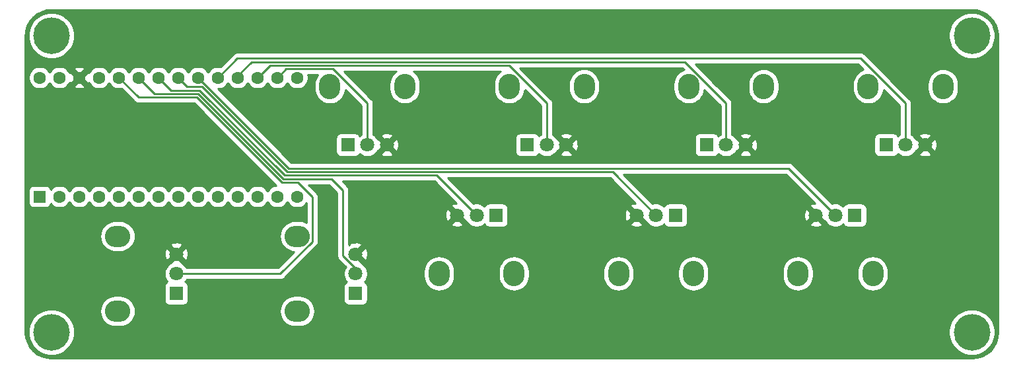
<source format=gbr>
%TF.GenerationSoftware,KiCad,Pcbnew,(5.1.10)-1*%
%TF.CreationDate,2021-09-02T23:34:50+09:00*%
%TF.ProjectId,bleachedplusplus,626c6561-6368-4656-9470-6c7573706c75,rev?*%
%TF.SameCoordinates,Original*%
%TF.FileFunction,Copper,L1,Top*%
%TF.FilePolarity,Positive*%
%FSLAX46Y46*%
G04 Gerber Fmt 4.6, Leading zero omitted, Abs format (unit mm)*
G04 Created by KiCad (PCBNEW (5.1.10)-1) date 2021-09-02 23:34:50*
%MOMM*%
%LPD*%
G01*
G04 APERTURE LIST*
%TA.AperFunction,ComponentPad*%
%ADD10C,4.700000*%
%TD*%
%TA.AperFunction,ComponentPad*%
%ADD11R,1.600000X1.600000*%
%TD*%
%TA.AperFunction,ComponentPad*%
%ADD12C,1.600000*%
%TD*%
%TA.AperFunction,ComponentPad*%
%ADD13R,1.800000X1.800000*%
%TD*%
%TA.AperFunction,ComponentPad*%
%ADD14C,1.800000*%
%TD*%
%TA.AperFunction,ComponentPad*%
%ADD15O,3.240000X2.720000*%
%TD*%
%TA.AperFunction,ComponentPad*%
%ADD16O,2.720000X3.240000*%
%TD*%
%TA.AperFunction,Conductor*%
%ADD17C,0.250000*%
%TD*%
%TA.AperFunction,Conductor*%
%ADD18C,0.254000*%
%TD*%
%TA.AperFunction,Conductor*%
%ADD19C,0.100000*%
%TD*%
G04 APERTURE END LIST*
D10*
%TO.P,H4,1*%
%TO.N,N/C*%
X182000000Y-78000000D03*
%TD*%
%TO.P,H3,1*%
%TO.N,N/C*%
X182000000Y-116000000D03*
%TD*%
%TO.P,H2,1*%
%TO.N,N/C*%
X64000000Y-116000000D03*
%TD*%
%TO.P,H1,1*%
%TO.N,N/C*%
X64000000Y-78000000D03*
%TD*%
D11*
%TO.P,U1,1*%
%TO.N,GND*%
X62490000Y-98620000D03*
D12*
%TO.P,U1,2*%
%TO.N,Net-(U1-Pad2)*%
X65030000Y-98620000D03*
%TO.P,U1,3*%
%TO.N,Net-(U1-Pad3)*%
X67570000Y-98620000D03*
%TO.P,U1,4*%
%TO.N,Net-(U1-Pad4)*%
X70110000Y-98620000D03*
%TO.P,U1,5*%
%TO.N,Net-(U1-Pad5)*%
X72650000Y-98620000D03*
%TO.P,U1,6*%
%TO.N,Net-(U1-Pad6)*%
X75190000Y-98620000D03*
%TO.P,U1,7*%
%TO.N,Net-(U1-Pad7)*%
X77730000Y-98620000D03*
%TO.P,U1,8*%
%TO.N,Net-(U1-Pad8)*%
X80270000Y-98620000D03*
%TO.P,U1,9*%
%TO.N,Net-(U1-Pad9)*%
X82810000Y-98620000D03*
%TO.P,U1,10*%
%TO.N,Net-(U1-Pad10)*%
X85350000Y-98620000D03*
%TO.P,U1,11*%
%TO.N,Net-(U1-Pad11)*%
X87890000Y-98620000D03*
%TO.P,U1,12*%
%TO.N,Net-(U1-Pad12)*%
X90430000Y-98620000D03*
%TO.P,U1,13*%
%TO.N,Net-(U1-Pad13)*%
X92970000Y-98620000D03*
%TO.P,U1,33*%
%TO.N,Net-(U1-Pad33)*%
X62490000Y-83380000D03*
%TO.P,U1,32*%
%TO.N,GND*%
X65030000Y-83380000D03*
%TO.P,U1,31*%
%TO.N,+3V3*%
X67570000Y-83380000D03*
%TO.P,U1,30*%
%TO.N,Net-(U1-Pad30)*%
X70110000Y-83380000D03*
%TO.P,U1,29*%
%TO.N,a8*%
X72650000Y-83380000D03*
%TO.P,U1,28*%
%TO.N,a7*%
X75190000Y-83380000D03*
%TO.P,U1,27*%
%TO.N,a6*%
X77730000Y-83380000D03*
%TO.P,U1,26*%
%TO.N,a5*%
X80270000Y-83380000D03*
%TO.P,U1,25*%
%TO.N,a4*%
X82810000Y-83380000D03*
%TO.P,U1,24*%
%TO.N,a3*%
X85350000Y-83380000D03*
%TO.P,U1,23*%
%TO.N,a2*%
X87890000Y-83380000D03*
%TO.P,U1,22*%
%TO.N,a1*%
X90430000Y-83380000D03*
%TO.P,U1,21*%
%TO.N,a0*%
X92970000Y-83380000D03*
%TO.P,U1,14*%
%TO.N,Net-(U1-Pad14)*%
X95510000Y-98620000D03*
%TO.P,U1,20*%
%TO.N,Net-(U1-Pad20)*%
X95510000Y-83380000D03*
%TD*%
D13*
%TO.P,RV9,1*%
%TO.N,GND*%
X80000000Y-111000000D03*
D14*
%TO.P,RV9,2*%
%TO.N,a8*%
X80000000Y-108500000D03*
%TO.P,RV9,3*%
%TO.N,+3V3*%
X80000000Y-106000000D03*
D15*
%TO.P,RV9,*%
%TO.N,*%
X72500000Y-103700000D03*
X72500000Y-113300000D03*
%TD*%
D13*
%TO.P,RV8,1*%
%TO.N,GND*%
X103000000Y-111000000D03*
D14*
%TO.P,RV8,2*%
%TO.N,a7*%
X103000000Y-108500000D03*
%TO.P,RV8,3*%
%TO.N,+3V3*%
X103000000Y-106000000D03*
D15*
%TO.P,RV8,*%
%TO.N,*%
X95500000Y-103700000D03*
X95500000Y-113300000D03*
%TD*%
D13*
%TO.P,RV7,1*%
%TO.N,GND*%
X121000000Y-101000000D03*
D14*
%TO.P,RV7,2*%
%TO.N,a6*%
X118500000Y-101000000D03*
%TO.P,RV7,3*%
%TO.N,+3V3*%
X116000000Y-101000000D03*
D16*
%TO.P,RV7,*%
%TO.N,*%
X113700000Y-108500000D03*
X123300000Y-108500000D03*
%TD*%
D13*
%TO.P,RV6,1*%
%TO.N,GND*%
X144000000Y-101000000D03*
D14*
%TO.P,RV6,2*%
%TO.N,a5*%
X141500000Y-101000000D03*
%TO.P,RV6,3*%
%TO.N,+3V3*%
X139000000Y-101000000D03*
D16*
%TO.P,RV6,*%
%TO.N,*%
X136700000Y-108500000D03*
X146300000Y-108500000D03*
%TD*%
D13*
%TO.P,RV5,1*%
%TO.N,GND*%
X167000000Y-101000000D03*
D14*
%TO.P,RV5,2*%
%TO.N,a4*%
X164500000Y-101000000D03*
%TO.P,RV5,3*%
%TO.N,+3V3*%
X162000000Y-101000000D03*
D16*
%TO.P,RV5,*%
%TO.N,*%
X159700000Y-108500000D03*
X169300000Y-108500000D03*
%TD*%
D13*
%TO.P,RV4,1*%
%TO.N,GND*%
X171000000Y-92000000D03*
D14*
%TO.P,RV4,2*%
%TO.N,a3*%
X173500000Y-92000000D03*
%TO.P,RV4,3*%
%TO.N,+3V3*%
X176000000Y-92000000D03*
D16*
%TO.P,RV4,*%
%TO.N,*%
X178300000Y-84500000D03*
X168700000Y-84500000D03*
%TD*%
D13*
%TO.P,RV3,1*%
%TO.N,GND*%
X148000000Y-92000000D03*
D14*
%TO.P,RV3,2*%
%TO.N,a2*%
X150500000Y-92000000D03*
%TO.P,RV3,3*%
%TO.N,+3V3*%
X153000000Y-92000000D03*
D16*
%TO.P,RV3,*%
%TO.N,*%
X155300000Y-84500000D03*
X145700000Y-84500000D03*
%TD*%
D13*
%TO.P,RV2,1*%
%TO.N,GND*%
X125000000Y-92000000D03*
D14*
%TO.P,RV2,2*%
%TO.N,a1*%
X127500000Y-92000000D03*
%TO.P,RV2,3*%
%TO.N,+3V3*%
X130000000Y-92000000D03*
D16*
%TO.P,RV2,*%
%TO.N,*%
X132300000Y-84500000D03*
X122700000Y-84500000D03*
%TD*%
D13*
%TO.P,RV1,1*%
%TO.N,GND*%
X102000000Y-92000000D03*
D14*
%TO.P,RV1,2*%
%TO.N,a0*%
X104500000Y-92000000D03*
%TO.P,RV1,3*%
%TO.N,+3V3*%
X107000000Y-92000000D03*
D16*
%TO.P,RV1,*%
%TO.N,*%
X109300000Y-84500000D03*
X99700000Y-84500000D03*
%TD*%
D17*
%TO.N,a0*%
X94095001Y-82254999D02*
X92970000Y-83380000D01*
X104500000Y-86657037D02*
X100097962Y-82254999D01*
X100097962Y-82254999D02*
X94095001Y-82254999D01*
X104500000Y-92000000D02*
X104500000Y-86657037D01*
%TO.N,a1*%
X92005011Y-81804989D02*
X90430000Y-83380000D01*
X122647952Y-81804989D02*
X92005011Y-81804989D01*
X127500000Y-86657037D02*
X122647952Y-81804989D01*
X127500000Y-92000000D02*
X127500000Y-86657037D01*
%TO.N,a2*%
X145197943Y-81354980D02*
X89645020Y-81354980D01*
X150500000Y-86657037D02*
X145197943Y-81354980D01*
X150500000Y-92000000D02*
X150500000Y-86657037D01*
X87890000Y-83110000D02*
X87890000Y-83380000D01*
X89645020Y-81354980D02*
X87890000Y-83110000D01*
%TO.N,a3*%
X87825030Y-80904970D02*
X85350000Y-83380000D01*
X167747933Y-80904970D02*
X87825030Y-80904970D01*
X173500000Y-86657037D02*
X167747933Y-80904970D01*
X173500000Y-92000000D02*
X173500000Y-86657037D01*
%TO.N,a4*%
X94430000Y-95000000D02*
X82810000Y-83380000D01*
X158500000Y-95000000D02*
X94430000Y-95000000D01*
X164500000Y-101000000D02*
X158500000Y-95000000D01*
%TO.N,a5*%
X81395001Y-84505001D02*
X80270000Y-83380000D01*
X83298591Y-84505001D02*
X81395001Y-84505001D01*
X94243599Y-95450009D02*
X83298591Y-84505001D01*
X135950010Y-95450010D02*
X94243599Y-95450009D01*
X141500000Y-101000000D02*
X135950010Y-95450010D01*
%TO.N,a6*%
X79350000Y-85000000D02*
X77730000Y-83380000D01*
X83000000Y-85000000D02*
X79350000Y-85000000D01*
X93900020Y-95900020D02*
X83000000Y-85000000D01*
X113400020Y-95900020D02*
X93900020Y-95900020D01*
X118500000Y-101000000D02*
X113400020Y-95900020D01*
%TO.N,a7*%
X77260010Y-85450010D02*
X75190000Y-83380000D01*
X82813600Y-85450010D02*
X77260010Y-85450010D01*
X93713619Y-96350029D02*
X82813600Y-85450010D01*
X99930030Y-96350030D02*
X93713619Y-96350029D01*
X101390000Y-97810000D02*
X99930030Y-96350030D01*
X101390000Y-106203002D02*
X101390000Y-97810000D01*
X103000000Y-107813002D02*
X101390000Y-106203002D01*
X103000000Y-108500000D02*
X103000000Y-107813002D01*
%TO.N,a8*%
X75170020Y-85900020D02*
X72650000Y-83380000D01*
X82627200Y-85900020D02*
X75170020Y-85900020D01*
X93527218Y-96800038D02*
X82627200Y-85900020D01*
X95580039Y-96800039D02*
X93527218Y-96800038D01*
X97445010Y-98665010D02*
X95580039Y-96800039D01*
X97445010Y-104397953D02*
X97445010Y-98665010D01*
X93342963Y-108500000D02*
X97445010Y-104397953D01*
X80000000Y-108500000D02*
X93342963Y-108500000D01*
%TD*%
D18*
%TO.N,+3V3*%
X182648126Y-74726714D02*
X183271572Y-74914943D01*
X183846579Y-75220681D01*
X184351247Y-75632279D01*
X184766362Y-76134067D01*
X185076105Y-76706924D01*
X185268682Y-77329039D01*
X185340001Y-78007594D01*
X185340000Y-115967721D01*
X185273286Y-116648126D01*
X185085057Y-117271570D01*
X184779323Y-117846573D01*
X184367721Y-118351248D01*
X183865933Y-118766362D01*
X183293077Y-119076104D01*
X182670961Y-119268682D01*
X181992417Y-119340000D01*
X64032279Y-119340000D01*
X63351874Y-119273286D01*
X62728430Y-119085057D01*
X62153427Y-118779323D01*
X61648752Y-118367721D01*
X61233638Y-117865933D01*
X60923896Y-117293077D01*
X60731318Y-116670961D01*
X60660000Y-115992417D01*
X60660000Y-115706003D01*
X61015000Y-115706003D01*
X61015000Y-116293997D01*
X61129712Y-116870692D01*
X61354727Y-117413928D01*
X61681399Y-117902826D01*
X62097174Y-118318601D01*
X62586072Y-118645273D01*
X63129308Y-118870288D01*
X63706003Y-118985000D01*
X64293997Y-118985000D01*
X64870692Y-118870288D01*
X65413928Y-118645273D01*
X65902826Y-118318601D01*
X66318601Y-117902826D01*
X66645273Y-117413928D01*
X66870288Y-116870692D01*
X66985000Y-116293997D01*
X66985000Y-115706003D01*
X179015000Y-115706003D01*
X179015000Y-116293997D01*
X179129712Y-116870692D01*
X179354727Y-117413928D01*
X179681399Y-117902826D01*
X180097174Y-118318601D01*
X180586072Y-118645273D01*
X181129308Y-118870288D01*
X181706003Y-118985000D01*
X182293997Y-118985000D01*
X182870692Y-118870288D01*
X183413928Y-118645273D01*
X183902826Y-118318601D01*
X184318601Y-117902826D01*
X184645273Y-117413928D01*
X184870288Y-116870692D01*
X184985000Y-116293997D01*
X184985000Y-115706003D01*
X184870288Y-115129308D01*
X184645273Y-114586072D01*
X184318601Y-114097174D01*
X183902826Y-113681399D01*
X183413928Y-113354727D01*
X182870692Y-113129712D01*
X182293997Y-113015000D01*
X181706003Y-113015000D01*
X181129308Y-113129712D01*
X180586072Y-113354727D01*
X180097174Y-113681399D01*
X179681399Y-114097174D01*
X179354727Y-114586072D01*
X179129712Y-115129308D01*
X179015000Y-115706003D01*
X66985000Y-115706003D01*
X66870288Y-115129308D01*
X66645273Y-114586072D01*
X66318601Y-114097174D01*
X65902826Y-113681399D01*
X65413928Y-113354727D01*
X65281805Y-113300000D01*
X70235348Y-113300000D01*
X70273867Y-113691088D01*
X70387943Y-114067147D01*
X70573193Y-114413725D01*
X70822497Y-114717503D01*
X71126275Y-114966807D01*
X71472853Y-115152057D01*
X71848912Y-115266133D01*
X72142002Y-115295000D01*
X72857998Y-115295000D01*
X73151088Y-115266133D01*
X73527147Y-115152057D01*
X73873725Y-114966807D01*
X74177503Y-114717503D01*
X74426807Y-114413725D01*
X74612057Y-114067147D01*
X74726133Y-113691088D01*
X74764652Y-113300000D01*
X93235348Y-113300000D01*
X93273867Y-113691088D01*
X93387943Y-114067147D01*
X93573193Y-114413725D01*
X93822497Y-114717503D01*
X94126275Y-114966807D01*
X94472853Y-115152057D01*
X94848912Y-115266133D01*
X95142002Y-115295000D01*
X95857998Y-115295000D01*
X96151088Y-115266133D01*
X96527147Y-115152057D01*
X96873725Y-114966807D01*
X97177503Y-114717503D01*
X97426807Y-114413725D01*
X97612057Y-114067147D01*
X97726133Y-113691088D01*
X97764652Y-113300000D01*
X97726133Y-112908912D01*
X97612057Y-112532853D01*
X97426807Y-112186275D01*
X97177503Y-111882497D01*
X96873725Y-111633193D01*
X96527147Y-111447943D01*
X96151088Y-111333867D01*
X95857998Y-111305000D01*
X95142002Y-111305000D01*
X94848912Y-111333867D01*
X94472853Y-111447943D01*
X94126275Y-111633193D01*
X93822497Y-111882497D01*
X93573193Y-112186275D01*
X93387943Y-112532853D01*
X93273867Y-112908912D01*
X93235348Y-113300000D01*
X74764652Y-113300000D01*
X74726133Y-112908912D01*
X74612057Y-112532853D01*
X74426807Y-112186275D01*
X74177503Y-111882497D01*
X73873725Y-111633193D01*
X73527147Y-111447943D01*
X73151088Y-111333867D01*
X72857998Y-111305000D01*
X72142002Y-111305000D01*
X71848912Y-111333867D01*
X71472853Y-111447943D01*
X71126275Y-111633193D01*
X70822497Y-111882497D01*
X70573193Y-112186275D01*
X70387943Y-112532853D01*
X70273867Y-112908912D01*
X70235348Y-113300000D01*
X65281805Y-113300000D01*
X64870692Y-113129712D01*
X64293997Y-113015000D01*
X63706003Y-113015000D01*
X63129308Y-113129712D01*
X62586072Y-113354727D01*
X62097174Y-113681399D01*
X61681399Y-114097174D01*
X61354727Y-114586072D01*
X61129712Y-115129308D01*
X61015000Y-115706003D01*
X60660000Y-115706003D01*
X60660000Y-105885760D01*
X78461809Y-105885760D01*
X78469078Y-106188041D01*
X78535180Y-106483096D01*
X78622615Y-106694184D01*
X78862074Y-106787201D01*
X79649275Y-106000000D01*
X80350725Y-106000000D01*
X81137926Y-106787201D01*
X81377385Y-106694184D01*
X81486348Y-106412131D01*
X81538191Y-106114240D01*
X81530922Y-105811959D01*
X81464820Y-105516904D01*
X81377385Y-105305816D01*
X81137926Y-105212799D01*
X80350725Y-106000000D01*
X79649275Y-106000000D01*
X78862074Y-105212799D01*
X78622615Y-105305816D01*
X78513652Y-105587869D01*
X78461809Y-105885760D01*
X60660000Y-105885760D01*
X60660000Y-103700000D01*
X70235348Y-103700000D01*
X70273867Y-104091088D01*
X70387943Y-104467147D01*
X70573193Y-104813725D01*
X70822497Y-105117503D01*
X71126275Y-105366807D01*
X71472853Y-105552057D01*
X71848912Y-105666133D01*
X72142002Y-105695000D01*
X72857998Y-105695000D01*
X73151088Y-105666133D01*
X73527147Y-105552057D01*
X73873725Y-105366807D01*
X74177503Y-105117503D01*
X74387128Y-104862074D01*
X79212799Y-104862074D01*
X80000000Y-105649275D01*
X80787201Y-104862074D01*
X80694184Y-104622615D01*
X80412131Y-104513652D01*
X80114240Y-104461809D01*
X79811959Y-104469078D01*
X79516904Y-104535180D01*
X79305816Y-104622615D01*
X79212799Y-104862074D01*
X74387128Y-104862074D01*
X74426807Y-104813725D01*
X74612057Y-104467147D01*
X74726133Y-104091088D01*
X74764652Y-103700000D01*
X74726133Y-103308912D01*
X74612057Y-102932853D01*
X74426807Y-102586275D01*
X74177503Y-102282497D01*
X73873725Y-102033193D01*
X73527147Y-101847943D01*
X73151088Y-101733867D01*
X72857998Y-101705000D01*
X72142002Y-101705000D01*
X71848912Y-101733867D01*
X71472853Y-101847943D01*
X71126275Y-102033193D01*
X70822497Y-102282497D01*
X70573193Y-102586275D01*
X70387943Y-102932853D01*
X70273867Y-103308912D01*
X70235348Y-103700000D01*
X60660000Y-103700000D01*
X60660000Y-97820000D01*
X61051928Y-97820000D01*
X61051928Y-99420000D01*
X61064188Y-99544482D01*
X61100498Y-99664180D01*
X61159463Y-99774494D01*
X61238815Y-99871185D01*
X61335506Y-99950537D01*
X61445820Y-100009502D01*
X61565518Y-100045812D01*
X61690000Y-100058072D01*
X63290000Y-100058072D01*
X63414482Y-100045812D01*
X63534180Y-100009502D01*
X63644494Y-99950537D01*
X63741185Y-99871185D01*
X63820537Y-99774494D01*
X63879502Y-99664180D01*
X63915812Y-99544482D01*
X63916643Y-99536039D01*
X64115241Y-99734637D01*
X64350273Y-99891680D01*
X64611426Y-99999853D01*
X64888665Y-100055000D01*
X65171335Y-100055000D01*
X65448574Y-99999853D01*
X65709727Y-99891680D01*
X65944759Y-99734637D01*
X66144637Y-99534759D01*
X66300000Y-99302241D01*
X66455363Y-99534759D01*
X66655241Y-99734637D01*
X66890273Y-99891680D01*
X67151426Y-99999853D01*
X67428665Y-100055000D01*
X67711335Y-100055000D01*
X67988574Y-99999853D01*
X68249727Y-99891680D01*
X68484759Y-99734637D01*
X68684637Y-99534759D01*
X68840000Y-99302241D01*
X68995363Y-99534759D01*
X69195241Y-99734637D01*
X69430273Y-99891680D01*
X69691426Y-99999853D01*
X69968665Y-100055000D01*
X70251335Y-100055000D01*
X70528574Y-99999853D01*
X70789727Y-99891680D01*
X71024759Y-99734637D01*
X71224637Y-99534759D01*
X71380000Y-99302241D01*
X71535363Y-99534759D01*
X71735241Y-99734637D01*
X71970273Y-99891680D01*
X72231426Y-99999853D01*
X72508665Y-100055000D01*
X72791335Y-100055000D01*
X73068574Y-99999853D01*
X73329727Y-99891680D01*
X73564759Y-99734637D01*
X73764637Y-99534759D01*
X73920000Y-99302241D01*
X74075363Y-99534759D01*
X74275241Y-99734637D01*
X74510273Y-99891680D01*
X74771426Y-99999853D01*
X75048665Y-100055000D01*
X75331335Y-100055000D01*
X75608574Y-99999853D01*
X75869727Y-99891680D01*
X76104759Y-99734637D01*
X76304637Y-99534759D01*
X76460000Y-99302241D01*
X76615363Y-99534759D01*
X76815241Y-99734637D01*
X77050273Y-99891680D01*
X77311426Y-99999853D01*
X77588665Y-100055000D01*
X77871335Y-100055000D01*
X78148574Y-99999853D01*
X78409727Y-99891680D01*
X78644759Y-99734637D01*
X78844637Y-99534759D01*
X79000000Y-99302241D01*
X79155363Y-99534759D01*
X79355241Y-99734637D01*
X79590273Y-99891680D01*
X79851426Y-99999853D01*
X80128665Y-100055000D01*
X80411335Y-100055000D01*
X80688574Y-99999853D01*
X80949727Y-99891680D01*
X81184759Y-99734637D01*
X81384637Y-99534759D01*
X81540000Y-99302241D01*
X81695363Y-99534759D01*
X81895241Y-99734637D01*
X82130273Y-99891680D01*
X82391426Y-99999853D01*
X82668665Y-100055000D01*
X82951335Y-100055000D01*
X83228574Y-99999853D01*
X83489727Y-99891680D01*
X83724759Y-99734637D01*
X83924637Y-99534759D01*
X84080000Y-99302241D01*
X84235363Y-99534759D01*
X84435241Y-99734637D01*
X84670273Y-99891680D01*
X84931426Y-99999853D01*
X85208665Y-100055000D01*
X85491335Y-100055000D01*
X85768574Y-99999853D01*
X86029727Y-99891680D01*
X86264759Y-99734637D01*
X86464637Y-99534759D01*
X86620000Y-99302241D01*
X86775363Y-99534759D01*
X86975241Y-99734637D01*
X87210273Y-99891680D01*
X87471426Y-99999853D01*
X87748665Y-100055000D01*
X88031335Y-100055000D01*
X88308574Y-99999853D01*
X88569727Y-99891680D01*
X88804759Y-99734637D01*
X89004637Y-99534759D01*
X89160000Y-99302241D01*
X89315363Y-99534759D01*
X89515241Y-99734637D01*
X89750273Y-99891680D01*
X90011426Y-99999853D01*
X90288665Y-100055000D01*
X90571335Y-100055000D01*
X90848574Y-99999853D01*
X91109727Y-99891680D01*
X91344759Y-99734637D01*
X91544637Y-99534759D01*
X91700000Y-99302241D01*
X91855363Y-99534759D01*
X92055241Y-99734637D01*
X92290273Y-99891680D01*
X92551426Y-99999853D01*
X92828665Y-100055000D01*
X93111335Y-100055000D01*
X93388574Y-99999853D01*
X93649727Y-99891680D01*
X93884759Y-99734637D01*
X94084637Y-99534759D01*
X94240000Y-99302241D01*
X94395363Y-99534759D01*
X94595241Y-99734637D01*
X94830273Y-99891680D01*
X95091426Y-99999853D01*
X95368665Y-100055000D01*
X95651335Y-100055000D01*
X95928574Y-99999853D01*
X96189727Y-99891680D01*
X96424759Y-99734637D01*
X96624637Y-99534759D01*
X96685011Y-99444403D01*
X96685010Y-101932323D01*
X96527147Y-101847943D01*
X96151088Y-101733867D01*
X95857998Y-101705000D01*
X95142002Y-101705000D01*
X94848912Y-101733867D01*
X94472853Y-101847943D01*
X94126275Y-102033193D01*
X93822497Y-102282497D01*
X93573193Y-102586275D01*
X93387943Y-102932853D01*
X93273867Y-103308912D01*
X93235348Y-103700000D01*
X93273867Y-104091088D01*
X93387943Y-104467147D01*
X93573193Y-104813725D01*
X93822497Y-105117503D01*
X94126275Y-105366807D01*
X94472853Y-105552057D01*
X94848912Y-105666133D01*
X95079334Y-105688828D01*
X93028162Y-107740000D01*
X81338313Y-107740000D01*
X81192312Y-107521495D01*
X80978505Y-107307688D01*
X80774268Y-107171221D01*
X80787201Y-107137926D01*
X80000000Y-106350725D01*
X79212799Y-107137926D01*
X79225732Y-107171221D01*
X79021495Y-107307688D01*
X78807688Y-107521495D01*
X78639701Y-107772905D01*
X78523989Y-108052257D01*
X78465000Y-108348816D01*
X78465000Y-108651184D01*
X78523989Y-108947743D01*
X78639701Y-109227095D01*
X78807688Y-109478505D01*
X78845303Y-109516120D01*
X78745506Y-109569463D01*
X78648815Y-109648815D01*
X78569463Y-109745506D01*
X78510498Y-109855820D01*
X78474188Y-109975518D01*
X78461928Y-110100000D01*
X78461928Y-111900000D01*
X78474188Y-112024482D01*
X78510498Y-112144180D01*
X78569463Y-112254494D01*
X78648815Y-112351185D01*
X78745506Y-112430537D01*
X78855820Y-112489502D01*
X78975518Y-112525812D01*
X79100000Y-112538072D01*
X80900000Y-112538072D01*
X81024482Y-112525812D01*
X81144180Y-112489502D01*
X81254494Y-112430537D01*
X81351185Y-112351185D01*
X81430537Y-112254494D01*
X81489502Y-112144180D01*
X81525812Y-112024482D01*
X81538072Y-111900000D01*
X81538072Y-110100000D01*
X81525812Y-109975518D01*
X81489502Y-109855820D01*
X81430537Y-109745506D01*
X81351185Y-109648815D01*
X81254494Y-109569463D01*
X81154697Y-109516120D01*
X81192312Y-109478505D01*
X81338313Y-109260000D01*
X93305641Y-109260000D01*
X93342963Y-109263676D01*
X93380285Y-109260000D01*
X93380296Y-109260000D01*
X93491949Y-109249003D01*
X93635210Y-109205546D01*
X93767239Y-109134974D01*
X93882964Y-109040001D01*
X93906767Y-109010997D01*
X97956014Y-104961751D01*
X97985011Y-104937954D01*
X98079984Y-104822229D01*
X98150556Y-104690200D01*
X98194013Y-104546939D01*
X98205010Y-104435286D01*
X98205010Y-104435285D01*
X98208687Y-104397953D01*
X98205010Y-104360620D01*
X98205010Y-98702332D01*
X98208686Y-98665009D01*
X98205010Y-98627686D01*
X98205010Y-98627677D01*
X98194013Y-98516024D01*
X98150556Y-98372763D01*
X98079984Y-98240734D01*
X97985011Y-98125009D01*
X97956013Y-98101211D01*
X96964831Y-97110029D01*
X99615229Y-97110030D01*
X100630001Y-98124804D01*
X100630000Y-106165680D01*
X100626324Y-106203002D01*
X100630000Y-106240324D01*
X100630000Y-106240334D01*
X100640997Y-106351987D01*
X100680768Y-106483096D01*
X100684454Y-106495248D01*
X100755026Y-106627278D01*
X100794871Y-106675828D01*
X100849999Y-106743003D01*
X100879003Y-106766806D01*
X101737995Y-107625798D01*
X101639701Y-107772905D01*
X101523989Y-108052257D01*
X101465000Y-108348816D01*
X101465000Y-108651184D01*
X101523989Y-108947743D01*
X101639701Y-109227095D01*
X101807688Y-109478505D01*
X101845303Y-109516120D01*
X101745506Y-109569463D01*
X101648815Y-109648815D01*
X101569463Y-109745506D01*
X101510498Y-109855820D01*
X101474188Y-109975518D01*
X101461928Y-110100000D01*
X101461928Y-111900000D01*
X101474188Y-112024482D01*
X101510498Y-112144180D01*
X101569463Y-112254494D01*
X101648815Y-112351185D01*
X101745506Y-112430537D01*
X101855820Y-112489502D01*
X101975518Y-112525812D01*
X102100000Y-112538072D01*
X103900000Y-112538072D01*
X104024482Y-112525812D01*
X104144180Y-112489502D01*
X104254494Y-112430537D01*
X104351185Y-112351185D01*
X104430537Y-112254494D01*
X104489502Y-112144180D01*
X104525812Y-112024482D01*
X104538072Y-111900000D01*
X104538072Y-110100000D01*
X104525812Y-109975518D01*
X104489502Y-109855820D01*
X104430537Y-109745506D01*
X104351185Y-109648815D01*
X104254494Y-109569463D01*
X104154697Y-109516120D01*
X104192312Y-109478505D01*
X104360299Y-109227095D01*
X104476011Y-108947743D01*
X104535000Y-108651184D01*
X104535000Y-108348816D01*
X104493863Y-108142003D01*
X111705000Y-108142003D01*
X111705000Y-108857998D01*
X111733867Y-109151088D01*
X111847943Y-109527147D01*
X112033193Y-109873725D01*
X112282498Y-110177503D01*
X112586276Y-110426807D01*
X112932854Y-110612057D01*
X113308913Y-110726133D01*
X113700000Y-110764652D01*
X114091088Y-110726133D01*
X114467147Y-110612057D01*
X114813725Y-110426807D01*
X115117503Y-110177503D01*
X115366807Y-109873725D01*
X115552057Y-109527147D01*
X115666133Y-109151087D01*
X115695000Y-108857997D01*
X115695000Y-108142003D01*
X121305000Y-108142003D01*
X121305000Y-108857998D01*
X121333867Y-109151088D01*
X121447943Y-109527147D01*
X121633193Y-109873725D01*
X121882498Y-110177503D01*
X122186276Y-110426807D01*
X122532854Y-110612057D01*
X122908913Y-110726133D01*
X123300000Y-110764652D01*
X123691088Y-110726133D01*
X124067147Y-110612057D01*
X124413725Y-110426807D01*
X124717503Y-110177503D01*
X124966807Y-109873725D01*
X125152057Y-109527147D01*
X125266133Y-109151087D01*
X125295000Y-108857997D01*
X125295000Y-108142003D01*
X134705000Y-108142003D01*
X134705000Y-108857998D01*
X134733867Y-109151088D01*
X134847943Y-109527147D01*
X135033193Y-109873725D01*
X135282498Y-110177503D01*
X135586276Y-110426807D01*
X135932854Y-110612057D01*
X136308913Y-110726133D01*
X136700000Y-110764652D01*
X137091088Y-110726133D01*
X137467147Y-110612057D01*
X137813725Y-110426807D01*
X138117503Y-110177503D01*
X138366807Y-109873725D01*
X138552057Y-109527147D01*
X138666133Y-109151087D01*
X138695000Y-108857997D01*
X138695000Y-108142003D01*
X144305000Y-108142003D01*
X144305000Y-108857998D01*
X144333867Y-109151088D01*
X144447943Y-109527147D01*
X144633193Y-109873725D01*
X144882498Y-110177503D01*
X145186276Y-110426807D01*
X145532854Y-110612057D01*
X145908913Y-110726133D01*
X146300000Y-110764652D01*
X146691088Y-110726133D01*
X147067147Y-110612057D01*
X147413725Y-110426807D01*
X147717503Y-110177503D01*
X147966807Y-109873725D01*
X148152057Y-109527147D01*
X148266133Y-109151087D01*
X148295000Y-108857997D01*
X148295000Y-108142003D01*
X157705000Y-108142003D01*
X157705000Y-108857998D01*
X157733867Y-109151088D01*
X157847943Y-109527147D01*
X158033193Y-109873725D01*
X158282498Y-110177503D01*
X158586276Y-110426807D01*
X158932854Y-110612057D01*
X159308913Y-110726133D01*
X159700000Y-110764652D01*
X160091088Y-110726133D01*
X160467147Y-110612057D01*
X160813725Y-110426807D01*
X161117503Y-110177503D01*
X161366807Y-109873725D01*
X161552057Y-109527147D01*
X161666133Y-109151087D01*
X161695000Y-108857997D01*
X161695000Y-108142003D01*
X167305000Y-108142003D01*
X167305000Y-108857998D01*
X167333867Y-109151088D01*
X167447943Y-109527147D01*
X167633193Y-109873725D01*
X167882498Y-110177503D01*
X168186276Y-110426807D01*
X168532854Y-110612057D01*
X168908913Y-110726133D01*
X169300000Y-110764652D01*
X169691088Y-110726133D01*
X170067147Y-110612057D01*
X170413725Y-110426807D01*
X170717503Y-110177503D01*
X170966807Y-109873725D01*
X171152057Y-109527147D01*
X171266133Y-109151087D01*
X171295000Y-108857997D01*
X171295000Y-108142002D01*
X171266133Y-107848912D01*
X171152057Y-107472853D01*
X170966807Y-107126275D01*
X170717503Y-106822497D01*
X170413725Y-106573193D01*
X170067146Y-106387943D01*
X169691087Y-106273867D01*
X169300000Y-106235348D01*
X168908912Y-106273867D01*
X168532853Y-106387943D01*
X168186275Y-106573193D01*
X167882497Y-106822497D01*
X167633193Y-107126275D01*
X167447943Y-107472854D01*
X167333867Y-107848913D01*
X167305000Y-108142003D01*
X161695000Y-108142003D01*
X161695000Y-108142002D01*
X161666133Y-107848912D01*
X161552057Y-107472853D01*
X161366807Y-107126275D01*
X161117503Y-106822497D01*
X160813725Y-106573193D01*
X160467146Y-106387943D01*
X160091087Y-106273867D01*
X159700000Y-106235348D01*
X159308912Y-106273867D01*
X158932853Y-106387943D01*
X158586275Y-106573193D01*
X158282497Y-106822497D01*
X158033193Y-107126275D01*
X157847943Y-107472854D01*
X157733867Y-107848913D01*
X157705000Y-108142003D01*
X148295000Y-108142003D01*
X148295000Y-108142002D01*
X148266133Y-107848912D01*
X148152057Y-107472853D01*
X147966807Y-107126275D01*
X147717503Y-106822497D01*
X147413725Y-106573193D01*
X147067146Y-106387943D01*
X146691087Y-106273867D01*
X146300000Y-106235348D01*
X145908912Y-106273867D01*
X145532853Y-106387943D01*
X145186275Y-106573193D01*
X144882497Y-106822497D01*
X144633193Y-107126275D01*
X144447943Y-107472854D01*
X144333867Y-107848913D01*
X144305000Y-108142003D01*
X138695000Y-108142003D01*
X138695000Y-108142002D01*
X138666133Y-107848912D01*
X138552057Y-107472853D01*
X138366807Y-107126275D01*
X138117503Y-106822497D01*
X137813725Y-106573193D01*
X137467146Y-106387943D01*
X137091087Y-106273867D01*
X136700000Y-106235348D01*
X136308912Y-106273867D01*
X135932853Y-106387943D01*
X135586275Y-106573193D01*
X135282497Y-106822497D01*
X135033193Y-107126275D01*
X134847943Y-107472854D01*
X134733867Y-107848913D01*
X134705000Y-108142003D01*
X125295000Y-108142003D01*
X125295000Y-108142002D01*
X125266133Y-107848912D01*
X125152057Y-107472853D01*
X124966807Y-107126275D01*
X124717503Y-106822497D01*
X124413725Y-106573193D01*
X124067146Y-106387943D01*
X123691087Y-106273867D01*
X123300000Y-106235348D01*
X122908912Y-106273867D01*
X122532853Y-106387943D01*
X122186275Y-106573193D01*
X121882497Y-106822497D01*
X121633193Y-107126275D01*
X121447943Y-107472854D01*
X121333867Y-107848913D01*
X121305000Y-108142003D01*
X115695000Y-108142003D01*
X115695000Y-108142002D01*
X115666133Y-107848912D01*
X115552057Y-107472853D01*
X115366807Y-107126275D01*
X115117503Y-106822497D01*
X114813725Y-106573193D01*
X114467146Y-106387943D01*
X114091087Y-106273867D01*
X113700000Y-106235348D01*
X113308912Y-106273867D01*
X112932853Y-106387943D01*
X112586275Y-106573193D01*
X112282497Y-106822497D01*
X112033193Y-107126275D01*
X111847943Y-107472854D01*
X111733867Y-107848913D01*
X111705000Y-108142003D01*
X104493863Y-108142003D01*
X104476011Y-108052257D01*
X104360299Y-107772905D01*
X104192312Y-107521495D01*
X103978505Y-107307688D01*
X103774268Y-107171221D01*
X103787201Y-107137926D01*
X103000000Y-106350725D01*
X102985858Y-106364868D01*
X102635133Y-106014143D01*
X102649275Y-106000000D01*
X103350725Y-106000000D01*
X104137926Y-106787201D01*
X104377385Y-106694184D01*
X104486348Y-106412131D01*
X104538191Y-106114240D01*
X104530922Y-105811959D01*
X104464820Y-105516904D01*
X104377385Y-105305816D01*
X104137926Y-105212799D01*
X103350725Y-106000000D01*
X102649275Y-106000000D01*
X102635133Y-105985858D01*
X102985858Y-105635133D01*
X103000000Y-105649275D01*
X103787201Y-104862074D01*
X103694184Y-104622615D01*
X103412131Y-104513652D01*
X103114240Y-104461809D01*
X102811959Y-104469078D01*
X102516904Y-104535180D01*
X102305816Y-104622615D01*
X102212800Y-104862072D01*
X102150000Y-104799273D01*
X102150000Y-102137926D01*
X115212799Y-102137926D01*
X115305816Y-102377385D01*
X115587869Y-102486348D01*
X115885760Y-102538191D01*
X116188041Y-102530922D01*
X116483096Y-102464820D01*
X116694184Y-102377385D01*
X116787201Y-102137926D01*
X116000000Y-101350725D01*
X115212799Y-102137926D01*
X102150000Y-102137926D01*
X102150000Y-100885760D01*
X114461809Y-100885760D01*
X114469078Y-101188041D01*
X114535180Y-101483096D01*
X114622615Y-101694184D01*
X114862074Y-101787201D01*
X115649275Y-101000000D01*
X114862074Y-100212799D01*
X114622615Y-100305816D01*
X114513652Y-100587869D01*
X114461809Y-100885760D01*
X102150000Y-100885760D01*
X102150000Y-97847322D01*
X102153676Y-97809999D01*
X102150000Y-97772676D01*
X102150000Y-97772667D01*
X102139003Y-97661014D01*
X102095546Y-97517753D01*
X102024974Y-97385724D01*
X102007012Y-97363837D01*
X101953799Y-97298996D01*
X101953795Y-97298992D01*
X101930001Y-97269999D01*
X101901008Y-97246205D01*
X101314822Y-96660020D01*
X113085219Y-96660020D01*
X115892343Y-99467145D01*
X115811959Y-99469078D01*
X115516904Y-99535180D01*
X115305816Y-99622615D01*
X115212799Y-99862074D01*
X116000000Y-100649275D01*
X116014143Y-100635133D01*
X116364868Y-100985858D01*
X116350725Y-101000000D01*
X117137926Y-101787201D01*
X117171221Y-101774268D01*
X117307688Y-101978505D01*
X117521495Y-102192312D01*
X117772905Y-102360299D01*
X118052257Y-102476011D01*
X118348816Y-102535000D01*
X118651184Y-102535000D01*
X118947743Y-102476011D01*
X119227095Y-102360299D01*
X119478505Y-102192312D01*
X119516120Y-102154697D01*
X119569463Y-102254494D01*
X119648815Y-102351185D01*
X119745506Y-102430537D01*
X119855820Y-102489502D01*
X119975518Y-102525812D01*
X120100000Y-102538072D01*
X121900000Y-102538072D01*
X122024482Y-102525812D01*
X122144180Y-102489502D01*
X122254494Y-102430537D01*
X122351185Y-102351185D01*
X122430537Y-102254494D01*
X122489502Y-102144180D01*
X122491399Y-102137926D01*
X138212799Y-102137926D01*
X138305816Y-102377385D01*
X138587869Y-102486348D01*
X138885760Y-102538191D01*
X139188041Y-102530922D01*
X139483096Y-102464820D01*
X139694184Y-102377385D01*
X139787201Y-102137926D01*
X139000000Y-101350725D01*
X138212799Y-102137926D01*
X122491399Y-102137926D01*
X122525812Y-102024482D01*
X122538072Y-101900000D01*
X122538072Y-100885760D01*
X137461809Y-100885760D01*
X137469078Y-101188041D01*
X137535180Y-101483096D01*
X137622615Y-101694184D01*
X137862074Y-101787201D01*
X138649275Y-101000000D01*
X137862074Y-100212799D01*
X137622615Y-100305816D01*
X137513652Y-100587869D01*
X137461809Y-100885760D01*
X122538072Y-100885760D01*
X122538072Y-100100000D01*
X122525812Y-99975518D01*
X122489502Y-99855820D01*
X122430537Y-99745506D01*
X122351185Y-99648815D01*
X122254494Y-99569463D01*
X122144180Y-99510498D01*
X122024482Y-99474188D01*
X121900000Y-99461928D01*
X120100000Y-99461928D01*
X119975518Y-99474188D01*
X119855820Y-99510498D01*
X119745506Y-99569463D01*
X119648815Y-99648815D01*
X119569463Y-99745506D01*
X119516120Y-99845303D01*
X119478505Y-99807688D01*
X119227095Y-99639701D01*
X118947743Y-99523989D01*
X118651184Y-99465000D01*
X118348816Y-99465000D01*
X118091070Y-99516269D01*
X114784810Y-96210009D01*
X135635209Y-96210010D01*
X138892343Y-99467145D01*
X138811959Y-99469078D01*
X138516904Y-99535180D01*
X138305816Y-99622615D01*
X138212799Y-99862074D01*
X139000000Y-100649275D01*
X139014143Y-100635133D01*
X139364868Y-100985858D01*
X139350725Y-101000000D01*
X140137926Y-101787201D01*
X140171221Y-101774268D01*
X140307688Y-101978505D01*
X140521495Y-102192312D01*
X140772905Y-102360299D01*
X141052257Y-102476011D01*
X141348816Y-102535000D01*
X141651184Y-102535000D01*
X141947743Y-102476011D01*
X142227095Y-102360299D01*
X142478505Y-102192312D01*
X142516120Y-102154697D01*
X142569463Y-102254494D01*
X142648815Y-102351185D01*
X142745506Y-102430537D01*
X142855820Y-102489502D01*
X142975518Y-102525812D01*
X143100000Y-102538072D01*
X144900000Y-102538072D01*
X145024482Y-102525812D01*
X145144180Y-102489502D01*
X145254494Y-102430537D01*
X145351185Y-102351185D01*
X145430537Y-102254494D01*
X145489502Y-102144180D01*
X145491399Y-102137926D01*
X161212799Y-102137926D01*
X161305816Y-102377385D01*
X161587869Y-102486348D01*
X161885760Y-102538191D01*
X162188041Y-102530922D01*
X162483096Y-102464820D01*
X162694184Y-102377385D01*
X162787201Y-102137926D01*
X162000000Y-101350725D01*
X161212799Y-102137926D01*
X145491399Y-102137926D01*
X145525812Y-102024482D01*
X145538072Y-101900000D01*
X145538072Y-100885760D01*
X160461809Y-100885760D01*
X160469078Y-101188041D01*
X160535180Y-101483096D01*
X160622615Y-101694184D01*
X160862074Y-101787201D01*
X161649275Y-101000000D01*
X160862074Y-100212799D01*
X160622615Y-100305816D01*
X160513652Y-100587869D01*
X160461809Y-100885760D01*
X145538072Y-100885760D01*
X145538072Y-100100000D01*
X145525812Y-99975518D01*
X145489502Y-99855820D01*
X145430537Y-99745506D01*
X145351185Y-99648815D01*
X145254494Y-99569463D01*
X145144180Y-99510498D01*
X145024482Y-99474188D01*
X144900000Y-99461928D01*
X143100000Y-99461928D01*
X142975518Y-99474188D01*
X142855820Y-99510498D01*
X142745506Y-99569463D01*
X142648815Y-99648815D01*
X142569463Y-99745506D01*
X142516120Y-99845303D01*
X142478505Y-99807688D01*
X142227095Y-99639701D01*
X141947743Y-99523989D01*
X141651184Y-99465000D01*
X141348816Y-99465000D01*
X141091070Y-99516269D01*
X137334801Y-95760000D01*
X158185199Y-95760000D01*
X161892343Y-99467145D01*
X161811959Y-99469078D01*
X161516904Y-99535180D01*
X161305816Y-99622615D01*
X161212799Y-99862074D01*
X162000000Y-100649275D01*
X162014143Y-100635133D01*
X162364868Y-100985858D01*
X162350725Y-101000000D01*
X163137926Y-101787201D01*
X163171221Y-101774268D01*
X163307688Y-101978505D01*
X163521495Y-102192312D01*
X163772905Y-102360299D01*
X164052257Y-102476011D01*
X164348816Y-102535000D01*
X164651184Y-102535000D01*
X164947743Y-102476011D01*
X165227095Y-102360299D01*
X165478505Y-102192312D01*
X165516120Y-102154697D01*
X165569463Y-102254494D01*
X165648815Y-102351185D01*
X165745506Y-102430537D01*
X165855820Y-102489502D01*
X165975518Y-102525812D01*
X166100000Y-102538072D01*
X167900000Y-102538072D01*
X168024482Y-102525812D01*
X168144180Y-102489502D01*
X168254494Y-102430537D01*
X168351185Y-102351185D01*
X168430537Y-102254494D01*
X168489502Y-102144180D01*
X168525812Y-102024482D01*
X168538072Y-101900000D01*
X168538072Y-100100000D01*
X168525812Y-99975518D01*
X168489502Y-99855820D01*
X168430537Y-99745506D01*
X168351185Y-99648815D01*
X168254494Y-99569463D01*
X168144180Y-99510498D01*
X168024482Y-99474188D01*
X167900000Y-99461928D01*
X166100000Y-99461928D01*
X165975518Y-99474188D01*
X165855820Y-99510498D01*
X165745506Y-99569463D01*
X165648815Y-99648815D01*
X165569463Y-99745506D01*
X165516120Y-99845303D01*
X165478505Y-99807688D01*
X165227095Y-99639701D01*
X164947743Y-99523989D01*
X164651184Y-99465000D01*
X164348816Y-99465000D01*
X164091071Y-99516268D01*
X159063804Y-94489003D01*
X159040001Y-94459999D01*
X158924276Y-94365026D01*
X158792247Y-94294454D01*
X158648986Y-94250997D01*
X158537333Y-94240000D01*
X158537322Y-94240000D01*
X158500000Y-94236324D01*
X158462678Y-94240000D01*
X94744802Y-94240000D01*
X85319801Y-84815000D01*
X85491335Y-84815000D01*
X85768574Y-84759853D01*
X86029727Y-84651680D01*
X86264759Y-84494637D01*
X86464637Y-84294759D01*
X86620000Y-84062241D01*
X86775363Y-84294759D01*
X86975241Y-84494637D01*
X87210273Y-84651680D01*
X87471426Y-84759853D01*
X87748665Y-84815000D01*
X88031335Y-84815000D01*
X88308574Y-84759853D01*
X88569727Y-84651680D01*
X88804759Y-84494637D01*
X89004637Y-84294759D01*
X89160000Y-84062241D01*
X89315363Y-84294759D01*
X89515241Y-84494637D01*
X89750273Y-84651680D01*
X90011426Y-84759853D01*
X90288665Y-84815000D01*
X90571335Y-84815000D01*
X90848574Y-84759853D01*
X91109727Y-84651680D01*
X91344759Y-84494637D01*
X91544637Y-84294759D01*
X91700000Y-84062241D01*
X91855363Y-84294759D01*
X92055241Y-84494637D01*
X92290273Y-84651680D01*
X92551426Y-84759853D01*
X92828665Y-84815000D01*
X93111335Y-84815000D01*
X93388574Y-84759853D01*
X93649727Y-84651680D01*
X93884759Y-84494637D01*
X94084637Y-84294759D01*
X94240000Y-84062241D01*
X94395363Y-84294759D01*
X94595241Y-84494637D01*
X94830273Y-84651680D01*
X95091426Y-84759853D01*
X95368665Y-84815000D01*
X95651335Y-84815000D01*
X95928574Y-84759853D01*
X96189727Y-84651680D01*
X96424759Y-84494637D01*
X96624637Y-84294759D01*
X96781680Y-84059727D01*
X96889853Y-83798574D01*
X96945000Y-83521335D01*
X96945000Y-83238665D01*
X96900509Y-83014999D01*
X98124515Y-83014999D01*
X98033193Y-83126275D01*
X97847943Y-83472853D01*
X97733867Y-83848912D01*
X97705000Y-84142002D01*
X97705000Y-84857997D01*
X97733867Y-85151087D01*
X97847943Y-85527146D01*
X98033193Y-85873725D01*
X98282497Y-86177503D01*
X98586275Y-86426807D01*
X98932853Y-86612057D01*
X99308912Y-86726133D01*
X99700000Y-86764652D01*
X100091087Y-86726133D01*
X100467146Y-86612057D01*
X100813725Y-86426807D01*
X101117503Y-86177503D01*
X101366807Y-85873725D01*
X101552057Y-85527147D01*
X101666133Y-85151088D01*
X101688828Y-84920666D01*
X103740001Y-86971840D01*
X103740000Y-90661687D01*
X103521495Y-90807688D01*
X103483880Y-90845303D01*
X103430537Y-90745506D01*
X103351185Y-90648815D01*
X103254494Y-90569463D01*
X103144180Y-90510498D01*
X103024482Y-90474188D01*
X102900000Y-90461928D01*
X101100000Y-90461928D01*
X100975518Y-90474188D01*
X100855820Y-90510498D01*
X100745506Y-90569463D01*
X100648815Y-90648815D01*
X100569463Y-90745506D01*
X100510498Y-90855820D01*
X100474188Y-90975518D01*
X100461928Y-91100000D01*
X100461928Y-92900000D01*
X100474188Y-93024482D01*
X100510498Y-93144180D01*
X100569463Y-93254494D01*
X100648815Y-93351185D01*
X100745506Y-93430537D01*
X100855820Y-93489502D01*
X100975518Y-93525812D01*
X101100000Y-93538072D01*
X102900000Y-93538072D01*
X103024482Y-93525812D01*
X103144180Y-93489502D01*
X103254494Y-93430537D01*
X103351185Y-93351185D01*
X103430537Y-93254494D01*
X103483880Y-93154697D01*
X103521495Y-93192312D01*
X103772905Y-93360299D01*
X104052257Y-93476011D01*
X104348816Y-93535000D01*
X104651184Y-93535000D01*
X104947743Y-93476011D01*
X105227095Y-93360299D01*
X105478505Y-93192312D01*
X105532891Y-93137926D01*
X106212799Y-93137926D01*
X106305816Y-93377385D01*
X106587869Y-93486348D01*
X106885760Y-93538191D01*
X107188041Y-93530922D01*
X107483096Y-93464820D01*
X107694184Y-93377385D01*
X107787201Y-93137926D01*
X107000000Y-92350725D01*
X106212799Y-93137926D01*
X105532891Y-93137926D01*
X105692312Y-92978505D01*
X105828779Y-92774268D01*
X105862074Y-92787201D01*
X106649275Y-92000000D01*
X107350725Y-92000000D01*
X108137926Y-92787201D01*
X108377385Y-92694184D01*
X108486348Y-92412131D01*
X108538191Y-92114240D01*
X108530922Y-91811959D01*
X108464820Y-91516904D01*
X108377385Y-91305816D01*
X108137926Y-91212799D01*
X107350725Y-92000000D01*
X106649275Y-92000000D01*
X105862074Y-91212799D01*
X105828779Y-91225732D01*
X105692312Y-91021495D01*
X105532891Y-90862074D01*
X106212799Y-90862074D01*
X107000000Y-91649275D01*
X107787201Y-90862074D01*
X107694184Y-90622615D01*
X107412131Y-90513652D01*
X107114240Y-90461809D01*
X106811959Y-90469078D01*
X106516904Y-90535180D01*
X106305816Y-90622615D01*
X106212799Y-90862074D01*
X105532891Y-90862074D01*
X105478505Y-90807688D01*
X105260000Y-90661687D01*
X105260000Y-86694360D01*
X105263676Y-86657037D01*
X105260000Y-86619714D01*
X105260000Y-86619704D01*
X105249003Y-86508051D01*
X105205546Y-86364790D01*
X105134974Y-86232761D01*
X105040001Y-86117036D01*
X105011003Y-86093238D01*
X101482753Y-82564989D01*
X108201625Y-82564989D01*
X108186276Y-82573193D01*
X107882498Y-82822497D01*
X107633193Y-83126275D01*
X107447943Y-83472853D01*
X107333867Y-83848912D01*
X107305000Y-84142002D01*
X107305000Y-84857997D01*
X107333867Y-85151087D01*
X107447943Y-85527146D01*
X107633193Y-85873725D01*
X107882497Y-86177503D01*
X108186275Y-86426807D01*
X108532853Y-86612057D01*
X108908912Y-86726133D01*
X109300000Y-86764652D01*
X109691087Y-86726133D01*
X110067146Y-86612057D01*
X110413725Y-86426807D01*
X110717503Y-86177503D01*
X110966807Y-85873725D01*
X111152057Y-85527147D01*
X111266133Y-85151088D01*
X111295000Y-84857998D01*
X111295000Y-84142003D01*
X111266133Y-83848913D01*
X111152057Y-83472853D01*
X110966807Y-83126275D01*
X110717503Y-82822497D01*
X110413725Y-82573193D01*
X110398376Y-82564989D01*
X121601625Y-82564989D01*
X121586276Y-82573193D01*
X121282498Y-82822497D01*
X121033193Y-83126275D01*
X120847943Y-83472853D01*
X120733867Y-83848912D01*
X120705000Y-84142002D01*
X120705000Y-84857997D01*
X120733867Y-85151087D01*
X120847943Y-85527146D01*
X121033193Y-85873725D01*
X121282497Y-86177503D01*
X121586275Y-86426807D01*
X121932853Y-86612057D01*
X122308912Y-86726133D01*
X122700000Y-86764652D01*
X123091087Y-86726133D01*
X123467146Y-86612057D01*
X123813725Y-86426807D01*
X124117503Y-86177503D01*
X124366807Y-85873725D01*
X124552057Y-85527147D01*
X124666133Y-85151088D01*
X124688828Y-84920666D01*
X126740001Y-86971840D01*
X126740000Y-90661687D01*
X126521495Y-90807688D01*
X126483880Y-90845303D01*
X126430537Y-90745506D01*
X126351185Y-90648815D01*
X126254494Y-90569463D01*
X126144180Y-90510498D01*
X126024482Y-90474188D01*
X125900000Y-90461928D01*
X124100000Y-90461928D01*
X123975518Y-90474188D01*
X123855820Y-90510498D01*
X123745506Y-90569463D01*
X123648815Y-90648815D01*
X123569463Y-90745506D01*
X123510498Y-90855820D01*
X123474188Y-90975518D01*
X123461928Y-91100000D01*
X123461928Y-92900000D01*
X123474188Y-93024482D01*
X123510498Y-93144180D01*
X123569463Y-93254494D01*
X123648815Y-93351185D01*
X123745506Y-93430537D01*
X123855820Y-93489502D01*
X123975518Y-93525812D01*
X124100000Y-93538072D01*
X125900000Y-93538072D01*
X126024482Y-93525812D01*
X126144180Y-93489502D01*
X126254494Y-93430537D01*
X126351185Y-93351185D01*
X126430537Y-93254494D01*
X126483880Y-93154697D01*
X126521495Y-93192312D01*
X126772905Y-93360299D01*
X127052257Y-93476011D01*
X127348816Y-93535000D01*
X127651184Y-93535000D01*
X127947743Y-93476011D01*
X128227095Y-93360299D01*
X128478505Y-93192312D01*
X128532891Y-93137926D01*
X129212799Y-93137926D01*
X129305816Y-93377385D01*
X129587869Y-93486348D01*
X129885760Y-93538191D01*
X130188041Y-93530922D01*
X130483096Y-93464820D01*
X130694184Y-93377385D01*
X130787201Y-93137926D01*
X130000000Y-92350725D01*
X129212799Y-93137926D01*
X128532891Y-93137926D01*
X128692312Y-92978505D01*
X128828779Y-92774268D01*
X128862074Y-92787201D01*
X129649275Y-92000000D01*
X130350725Y-92000000D01*
X131137926Y-92787201D01*
X131377385Y-92694184D01*
X131486348Y-92412131D01*
X131538191Y-92114240D01*
X131530922Y-91811959D01*
X131464820Y-91516904D01*
X131377385Y-91305816D01*
X131137926Y-91212799D01*
X130350725Y-92000000D01*
X129649275Y-92000000D01*
X128862074Y-91212799D01*
X128828779Y-91225732D01*
X128692312Y-91021495D01*
X128532891Y-90862074D01*
X129212799Y-90862074D01*
X130000000Y-91649275D01*
X130787201Y-90862074D01*
X130694184Y-90622615D01*
X130412131Y-90513652D01*
X130114240Y-90461809D01*
X129811959Y-90469078D01*
X129516904Y-90535180D01*
X129305816Y-90622615D01*
X129212799Y-90862074D01*
X128532891Y-90862074D01*
X128478505Y-90807688D01*
X128260000Y-90661687D01*
X128260000Y-86694359D01*
X128263676Y-86657036D01*
X128260000Y-86619713D01*
X128260000Y-86619704D01*
X128249003Y-86508051D01*
X128205546Y-86364790D01*
X128183901Y-86324295D01*
X128134974Y-86232760D01*
X128063799Y-86146034D01*
X128040001Y-86117036D01*
X128011003Y-86093238D01*
X126059767Y-84142002D01*
X130305000Y-84142002D01*
X130305000Y-84857997D01*
X130333867Y-85151087D01*
X130447943Y-85527146D01*
X130633193Y-85873725D01*
X130882497Y-86177503D01*
X131186275Y-86426807D01*
X131532853Y-86612057D01*
X131908912Y-86726133D01*
X132300000Y-86764652D01*
X132691087Y-86726133D01*
X133067146Y-86612057D01*
X133413725Y-86426807D01*
X133717503Y-86177503D01*
X133966807Y-85873725D01*
X134152057Y-85527147D01*
X134266133Y-85151088D01*
X134295000Y-84857998D01*
X134295000Y-84142003D01*
X134266133Y-83848913D01*
X134152057Y-83472853D01*
X133966807Y-83126275D01*
X133717503Y-82822497D01*
X133413725Y-82573193D01*
X133067147Y-82387943D01*
X132691088Y-82273867D01*
X132300000Y-82235348D01*
X131908913Y-82273867D01*
X131532854Y-82387943D01*
X131186276Y-82573193D01*
X130882498Y-82822497D01*
X130633193Y-83126275D01*
X130447943Y-83472853D01*
X130333867Y-83848912D01*
X130305000Y-84142002D01*
X126059767Y-84142002D01*
X124032744Y-82114980D01*
X144883142Y-82114980D01*
X145104145Y-82335983D01*
X144932854Y-82387943D01*
X144586276Y-82573193D01*
X144282498Y-82822497D01*
X144033193Y-83126275D01*
X143847943Y-83472853D01*
X143733867Y-83848912D01*
X143705000Y-84142002D01*
X143705000Y-84857997D01*
X143733867Y-85151087D01*
X143847943Y-85527146D01*
X144033193Y-85873725D01*
X144282497Y-86177503D01*
X144586275Y-86426807D01*
X144932853Y-86612057D01*
X145308912Y-86726133D01*
X145700000Y-86764652D01*
X146091087Y-86726133D01*
X146467146Y-86612057D01*
X146813725Y-86426807D01*
X147117503Y-86177503D01*
X147366807Y-85873725D01*
X147552057Y-85527147D01*
X147666133Y-85151088D01*
X147688828Y-84920666D01*
X149740001Y-86971840D01*
X149740000Y-90661687D01*
X149521495Y-90807688D01*
X149483880Y-90845303D01*
X149430537Y-90745506D01*
X149351185Y-90648815D01*
X149254494Y-90569463D01*
X149144180Y-90510498D01*
X149024482Y-90474188D01*
X148900000Y-90461928D01*
X147100000Y-90461928D01*
X146975518Y-90474188D01*
X146855820Y-90510498D01*
X146745506Y-90569463D01*
X146648815Y-90648815D01*
X146569463Y-90745506D01*
X146510498Y-90855820D01*
X146474188Y-90975518D01*
X146461928Y-91100000D01*
X146461928Y-92900000D01*
X146474188Y-93024482D01*
X146510498Y-93144180D01*
X146569463Y-93254494D01*
X146648815Y-93351185D01*
X146745506Y-93430537D01*
X146855820Y-93489502D01*
X146975518Y-93525812D01*
X147100000Y-93538072D01*
X148900000Y-93538072D01*
X149024482Y-93525812D01*
X149144180Y-93489502D01*
X149254494Y-93430537D01*
X149351185Y-93351185D01*
X149430537Y-93254494D01*
X149483880Y-93154697D01*
X149521495Y-93192312D01*
X149772905Y-93360299D01*
X150052257Y-93476011D01*
X150348816Y-93535000D01*
X150651184Y-93535000D01*
X150947743Y-93476011D01*
X151227095Y-93360299D01*
X151478505Y-93192312D01*
X151532891Y-93137926D01*
X152212799Y-93137926D01*
X152305816Y-93377385D01*
X152587869Y-93486348D01*
X152885760Y-93538191D01*
X153188041Y-93530922D01*
X153483096Y-93464820D01*
X153694184Y-93377385D01*
X153787201Y-93137926D01*
X153000000Y-92350725D01*
X152212799Y-93137926D01*
X151532891Y-93137926D01*
X151692312Y-92978505D01*
X151828779Y-92774268D01*
X151862074Y-92787201D01*
X152649275Y-92000000D01*
X153350725Y-92000000D01*
X154137926Y-92787201D01*
X154377385Y-92694184D01*
X154486348Y-92412131D01*
X154538191Y-92114240D01*
X154530922Y-91811959D01*
X154464820Y-91516904D01*
X154377385Y-91305816D01*
X154137926Y-91212799D01*
X153350725Y-92000000D01*
X152649275Y-92000000D01*
X151862074Y-91212799D01*
X151828779Y-91225732D01*
X151692312Y-91021495D01*
X151532891Y-90862074D01*
X152212799Y-90862074D01*
X153000000Y-91649275D01*
X153787201Y-90862074D01*
X153694184Y-90622615D01*
X153412131Y-90513652D01*
X153114240Y-90461809D01*
X152811959Y-90469078D01*
X152516904Y-90535180D01*
X152305816Y-90622615D01*
X152212799Y-90862074D01*
X151532891Y-90862074D01*
X151478505Y-90807688D01*
X151260000Y-90661687D01*
X151260000Y-86694360D01*
X151263676Y-86657037D01*
X151260000Y-86619714D01*
X151260000Y-86619704D01*
X151249003Y-86508051D01*
X151205546Y-86364790D01*
X151183901Y-86324295D01*
X151134974Y-86232760D01*
X151063799Y-86146034D01*
X151040001Y-86117036D01*
X151011003Y-86093238D01*
X149059767Y-84142002D01*
X153305000Y-84142002D01*
X153305000Y-84857997D01*
X153333867Y-85151087D01*
X153447943Y-85527146D01*
X153633193Y-85873725D01*
X153882497Y-86177503D01*
X154186275Y-86426807D01*
X154532853Y-86612057D01*
X154908912Y-86726133D01*
X155300000Y-86764652D01*
X155691087Y-86726133D01*
X156067146Y-86612057D01*
X156413725Y-86426807D01*
X156717503Y-86177503D01*
X156966807Y-85873725D01*
X157152057Y-85527147D01*
X157266133Y-85151088D01*
X157295000Y-84857998D01*
X157295000Y-84142003D01*
X157266133Y-83848913D01*
X157152057Y-83472853D01*
X156966807Y-83126275D01*
X156717503Y-82822497D01*
X156413725Y-82573193D01*
X156067147Y-82387943D01*
X155691088Y-82273867D01*
X155300000Y-82235348D01*
X154908913Y-82273867D01*
X154532854Y-82387943D01*
X154186276Y-82573193D01*
X153882498Y-82822497D01*
X153633193Y-83126275D01*
X153447943Y-83472853D01*
X153333867Y-83848912D01*
X153305000Y-84142002D01*
X149059767Y-84142002D01*
X146582734Y-81664970D01*
X167433132Y-81664970D01*
X168104145Y-82335983D01*
X167932854Y-82387943D01*
X167586276Y-82573193D01*
X167282498Y-82822497D01*
X167033193Y-83126275D01*
X166847943Y-83472853D01*
X166733867Y-83848912D01*
X166705000Y-84142002D01*
X166705000Y-84857997D01*
X166733867Y-85151087D01*
X166847943Y-85527146D01*
X167033193Y-85873725D01*
X167282497Y-86177503D01*
X167586275Y-86426807D01*
X167932853Y-86612057D01*
X168308912Y-86726133D01*
X168700000Y-86764652D01*
X169091087Y-86726133D01*
X169467146Y-86612057D01*
X169813725Y-86426807D01*
X170117503Y-86177503D01*
X170366807Y-85873725D01*
X170552057Y-85527147D01*
X170666133Y-85151088D01*
X170688828Y-84920666D01*
X172740001Y-86971840D01*
X172740000Y-90661687D01*
X172521495Y-90807688D01*
X172483880Y-90845303D01*
X172430537Y-90745506D01*
X172351185Y-90648815D01*
X172254494Y-90569463D01*
X172144180Y-90510498D01*
X172024482Y-90474188D01*
X171900000Y-90461928D01*
X170100000Y-90461928D01*
X169975518Y-90474188D01*
X169855820Y-90510498D01*
X169745506Y-90569463D01*
X169648815Y-90648815D01*
X169569463Y-90745506D01*
X169510498Y-90855820D01*
X169474188Y-90975518D01*
X169461928Y-91100000D01*
X169461928Y-92900000D01*
X169474188Y-93024482D01*
X169510498Y-93144180D01*
X169569463Y-93254494D01*
X169648815Y-93351185D01*
X169745506Y-93430537D01*
X169855820Y-93489502D01*
X169975518Y-93525812D01*
X170100000Y-93538072D01*
X171900000Y-93538072D01*
X172024482Y-93525812D01*
X172144180Y-93489502D01*
X172254494Y-93430537D01*
X172351185Y-93351185D01*
X172430537Y-93254494D01*
X172483880Y-93154697D01*
X172521495Y-93192312D01*
X172772905Y-93360299D01*
X173052257Y-93476011D01*
X173348816Y-93535000D01*
X173651184Y-93535000D01*
X173947743Y-93476011D01*
X174227095Y-93360299D01*
X174478505Y-93192312D01*
X174532891Y-93137926D01*
X175212799Y-93137926D01*
X175305816Y-93377385D01*
X175587869Y-93486348D01*
X175885760Y-93538191D01*
X176188041Y-93530922D01*
X176483096Y-93464820D01*
X176694184Y-93377385D01*
X176787201Y-93137926D01*
X176000000Y-92350725D01*
X175212799Y-93137926D01*
X174532891Y-93137926D01*
X174692312Y-92978505D01*
X174828779Y-92774268D01*
X174862074Y-92787201D01*
X175649275Y-92000000D01*
X176350725Y-92000000D01*
X177137926Y-92787201D01*
X177377385Y-92694184D01*
X177486348Y-92412131D01*
X177538191Y-92114240D01*
X177530922Y-91811959D01*
X177464820Y-91516904D01*
X177377385Y-91305816D01*
X177137926Y-91212799D01*
X176350725Y-92000000D01*
X175649275Y-92000000D01*
X174862074Y-91212799D01*
X174828779Y-91225732D01*
X174692312Y-91021495D01*
X174532891Y-90862074D01*
X175212799Y-90862074D01*
X176000000Y-91649275D01*
X176787201Y-90862074D01*
X176694184Y-90622615D01*
X176412131Y-90513652D01*
X176114240Y-90461809D01*
X175811959Y-90469078D01*
X175516904Y-90535180D01*
X175305816Y-90622615D01*
X175212799Y-90862074D01*
X174532891Y-90862074D01*
X174478505Y-90807688D01*
X174260000Y-90661687D01*
X174260000Y-86694359D01*
X174263676Y-86657036D01*
X174260000Y-86619713D01*
X174260000Y-86619704D01*
X174249003Y-86508051D01*
X174205546Y-86364790D01*
X174134974Y-86232761D01*
X174040001Y-86117036D01*
X174011003Y-86093238D01*
X172059767Y-84142002D01*
X176305000Y-84142002D01*
X176305000Y-84857997D01*
X176333867Y-85151087D01*
X176447943Y-85527146D01*
X176633193Y-85873725D01*
X176882497Y-86177503D01*
X177186275Y-86426807D01*
X177532853Y-86612057D01*
X177908912Y-86726133D01*
X178300000Y-86764652D01*
X178691087Y-86726133D01*
X179067146Y-86612057D01*
X179413725Y-86426807D01*
X179717503Y-86177503D01*
X179966807Y-85873725D01*
X180152057Y-85527147D01*
X180266133Y-85151088D01*
X180295000Y-84857998D01*
X180295000Y-84142003D01*
X180266133Y-83848913D01*
X180152057Y-83472853D01*
X179966807Y-83126275D01*
X179717503Y-82822497D01*
X179413725Y-82573193D01*
X179067147Y-82387943D01*
X178691088Y-82273867D01*
X178300000Y-82235348D01*
X177908913Y-82273867D01*
X177532854Y-82387943D01*
X177186276Y-82573193D01*
X176882498Y-82822497D01*
X176633193Y-83126275D01*
X176447943Y-83472853D01*
X176333867Y-83848912D01*
X176305000Y-84142002D01*
X172059767Y-84142002D01*
X168311737Y-80393973D01*
X168287934Y-80364969D01*
X168172209Y-80269996D01*
X168040180Y-80199424D01*
X167896919Y-80155967D01*
X167785266Y-80144970D01*
X167785255Y-80144970D01*
X167747933Y-80141294D01*
X167710611Y-80144970D01*
X87862352Y-80144970D01*
X87825030Y-80141294D01*
X87787707Y-80144970D01*
X87787697Y-80144970D01*
X87676044Y-80155967D01*
X87532783Y-80199424D01*
X87400753Y-80269996D01*
X87317113Y-80338638D01*
X87285029Y-80364969D01*
X87261231Y-80393967D01*
X85673886Y-81981312D01*
X85491335Y-81945000D01*
X85208665Y-81945000D01*
X84931426Y-82000147D01*
X84670273Y-82108320D01*
X84435241Y-82265363D01*
X84235363Y-82465241D01*
X84080000Y-82697759D01*
X83924637Y-82465241D01*
X83724759Y-82265363D01*
X83489727Y-82108320D01*
X83228574Y-82000147D01*
X82951335Y-81945000D01*
X82668665Y-81945000D01*
X82391426Y-82000147D01*
X82130273Y-82108320D01*
X81895241Y-82265363D01*
X81695363Y-82465241D01*
X81540000Y-82697759D01*
X81384637Y-82465241D01*
X81184759Y-82265363D01*
X80949727Y-82108320D01*
X80688574Y-82000147D01*
X80411335Y-81945000D01*
X80128665Y-81945000D01*
X79851426Y-82000147D01*
X79590273Y-82108320D01*
X79355241Y-82265363D01*
X79155363Y-82465241D01*
X79000000Y-82697759D01*
X78844637Y-82465241D01*
X78644759Y-82265363D01*
X78409727Y-82108320D01*
X78148574Y-82000147D01*
X77871335Y-81945000D01*
X77588665Y-81945000D01*
X77311426Y-82000147D01*
X77050273Y-82108320D01*
X76815241Y-82265363D01*
X76615363Y-82465241D01*
X76460000Y-82697759D01*
X76304637Y-82465241D01*
X76104759Y-82265363D01*
X75869727Y-82108320D01*
X75608574Y-82000147D01*
X75331335Y-81945000D01*
X75048665Y-81945000D01*
X74771426Y-82000147D01*
X74510273Y-82108320D01*
X74275241Y-82265363D01*
X74075363Y-82465241D01*
X73920000Y-82697759D01*
X73764637Y-82465241D01*
X73564759Y-82265363D01*
X73329727Y-82108320D01*
X73068574Y-82000147D01*
X72791335Y-81945000D01*
X72508665Y-81945000D01*
X72231426Y-82000147D01*
X71970273Y-82108320D01*
X71735241Y-82265363D01*
X71535363Y-82465241D01*
X71380000Y-82697759D01*
X71224637Y-82465241D01*
X71024759Y-82265363D01*
X70789727Y-82108320D01*
X70528574Y-82000147D01*
X70251335Y-81945000D01*
X69968665Y-81945000D01*
X69691426Y-82000147D01*
X69430273Y-82108320D01*
X69195241Y-82265363D01*
X68995363Y-82465241D01*
X68838320Y-82700273D01*
X68825273Y-82731771D01*
X68635610Y-82665115D01*
X67920725Y-83380000D01*
X68635610Y-84094885D01*
X68825273Y-84028229D01*
X68838320Y-84059727D01*
X68995363Y-84294759D01*
X69195241Y-84494637D01*
X69430273Y-84651680D01*
X69691426Y-84759853D01*
X69968665Y-84815000D01*
X70251335Y-84815000D01*
X70528574Y-84759853D01*
X70789727Y-84651680D01*
X71024759Y-84494637D01*
X71224637Y-84294759D01*
X71380000Y-84062241D01*
X71535363Y-84294759D01*
X71735241Y-84494637D01*
X71970273Y-84651680D01*
X72231426Y-84759853D01*
X72508665Y-84815000D01*
X72791335Y-84815000D01*
X72973886Y-84778688D01*
X74606225Y-86411028D01*
X74630019Y-86440021D01*
X74659012Y-86463815D01*
X74659016Y-86463819D01*
X74712914Y-86508051D01*
X74745744Y-86534994D01*
X74877773Y-86605566D01*
X75021034Y-86649023D01*
X75132687Y-86660020D01*
X75132696Y-86660020D01*
X75170019Y-86663696D01*
X75207342Y-86660020D01*
X82312399Y-86660020D01*
X92837378Y-97185000D01*
X92828665Y-97185000D01*
X92551426Y-97240147D01*
X92290273Y-97348320D01*
X92055241Y-97505363D01*
X91855363Y-97705241D01*
X91700000Y-97937759D01*
X91544637Y-97705241D01*
X91344759Y-97505363D01*
X91109727Y-97348320D01*
X90848574Y-97240147D01*
X90571335Y-97185000D01*
X90288665Y-97185000D01*
X90011426Y-97240147D01*
X89750273Y-97348320D01*
X89515241Y-97505363D01*
X89315363Y-97705241D01*
X89160000Y-97937759D01*
X89004637Y-97705241D01*
X88804759Y-97505363D01*
X88569727Y-97348320D01*
X88308574Y-97240147D01*
X88031335Y-97185000D01*
X87748665Y-97185000D01*
X87471426Y-97240147D01*
X87210273Y-97348320D01*
X86975241Y-97505363D01*
X86775363Y-97705241D01*
X86620000Y-97937759D01*
X86464637Y-97705241D01*
X86264759Y-97505363D01*
X86029727Y-97348320D01*
X85768574Y-97240147D01*
X85491335Y-97185000D01*
X85208665Y-97185000D01*
X84931426Y-97240147D01*
X84670273Y-97348320D01*
X84435241Y-97505363D01*
X84235363Y-97705241D01*
X84080000Y-97937759D01*
X83924637Y-97705241D01*
X83724759Y-97505363D01*
X83489727Y-97348320D01*
X83228574Y-97240147D01*
X82951335Y-97185000D01*
X82668665Y-97185000D01*
X82391426Y-97240147D01*
X82130273Y-97348320D01*
X81895241Y-97505363D01*
X81695363Y-97705241D01*
X81540000Y-97937759D01*
X81384637Y-97705241D01*
X81184759Y-97505363D01*
X80949727Y-97348320D01*
X80688574Y-97240147D01*
X80411335Y-97185000D01*
X80128665Y-97185000D01*
X79851426Y-97240147D01*
X79590273Y-97348320D01*
X79355241Y-97505363D01*
X79155363Y-97705241D01*
X79000000Y-97937759D01*
X78844637Y-97705241D01*
X78644759Y-97505363D01*
X78409727Y-97348320D01*
X78148574Y-97240147D01*
X77871335Y-97185000D01*
X77588665Y-97185000D01*
X77311426Y-97240147D01*
X77050273Y-97348320D01*
X76815241Y-97505363D01*
X76615363Y-97705241D01*
X76460000Y-97937759D01*
X76304637Y-97705241D01*
X76104759Y-97505363D01*
X75869727Y-97348320D01*
X75608574Y-97240147D01*
X75331335Y-97185000D01*
X75048665Y-97185000D01*
X74771426Y-97240147D01*
X74510273Y-97348320D01*
X74275241Y-97505363D01*
X74075363Y-97705241D01*
X73920000Y-97937759D01*
X73764637Y-97705241D01*
X73564759Y-97505363D01*
X73329727Y-97348320D01*
X73068574Y-97240147D01*
X72791335Y-97185000D01*
X72508665Y-97185000D01*
X72231426Y-97240147D01*
X71970273Y-97348320D01*
X71735241Y-97505363D01*
X71535363Y-97705241D01*
X71380000Y-97937759D01*
X71224637Y-97705241D01*
X71024759Y-97505363D01*
X70789727Y-97348320D01*
X70528574Y-97240147D01*
X70251335Y-97185000D01*
X69968665Y-97185000D01*
X69691426Y-97240147D01*
X69430273Y-97348320D01*
X69195241Y-97505363D01*
X68995363Y-97705241D01*
X68840000Y-97937759D01*
X68684637Y-97705241D01*
X68484759Y-97505363D01*
X68249727Y-97348320D01*
X67988574Y-97240147D01*
X67711335Y-97185000D01*
X67428665Y-97185000D01*
X67151426Y-97240147D01*
X66890273Y-97348320D01*
X66655241Y-97505363D01*
X66455363Y-97705241D01*
X66300000Y-97937759D01*
X66144637Y-97705241D01*
X65944759Y-97505363D01*
X65709727Y-97348320D01*
X65448574Y-97240147D01*
X65171335Y-97185000D01*
X64888665Y-97185000D01*
X64611426Y-97240147D01*
X64350273Y-97348320D01*
X64115241Y-97505363D01*
X63916643Y-97703961D01*
X63915812Y-97695518D01*
X63879502Y-97575820D01*
X63820537Y-97465506D01*
X63741185Y-97368815D01*
X63644494Y-97289463D01*
X63534180Y-97230498D01*
X63414482Y-97194188D01*
X63290000Y-97181928D01*
X61690000Y-97181928D01*
X61565518Y-97194188D01*
X61445820Y-97230498D01*
X61335506Y-97289463D01*
X61238815Y-97368815D01*
X61159463Y-97465506D01*
X61100498Y-97575820D01*
X61064188Y-97695518D01*
X61051928Y-97820000D01*
X60660000Y-97820000D01*
X60660000Y-83238665D01*
X61055000Y-83238665D01*
X61055000Y-83521335D01*
X61110147Y-83798574D01*
X61218320Y-84059727D01*
X61375363Y-84294759D01*
X61575241Y-84494637D01*
X61810273Y-84651680D01*
X62071426Y-84759853D01*
X62348665Y-84815000D01*
X62631335Y-84815000D01*
X62908574Y-84759853D01*
X63169727Y-84651680D01*
X63404759Y-84494637D01*
X63604637Y-84294759D01*
X63760000Y-84062241D01*
X63915363Y-84294759D01*
X64115241Y-84494637D01*
X64350273Y-84651680D01*
X64611426Y-84759853D01*
X64888665Y-84815000D01*
X65171335Y-84815000D01*
X65448574Y-84759853D01*
X65709727Y-84651680D01*
X65944759Y-84494637D01*
X65993786Y-84445610D01*
X66855115Y-84445610D01*
X66935713Y-84674944D01*
X67200532Y-84773805D01*
X67479549Y-84819103D01*
X67762042Y-84809097D01*
X68037155Y-84744172D01*
X68204287Y-84674944D01*
X68284885Y-84445610D01*
X67570000Y-83730725D01*
X66855115Y-84445610D01*
X65993786Y-84445610D01*
X66144637Y-84294759D01*
X66301680Y-84059727D01*
X66314727Y-84028229D01*
X66504390Y-84094885D01*
X67219275Y-83380000D01*
X66504390Y-82665115D01*
X66314727Y-82731771D01*
X66301680Y-82700273D01*
X66144637Y-82465241D01*
X65993786Y-82314390D01*
X66855115Y-82314390D01*
X67570000Y-83029275D01*
X68284885Y-82314390D01*
X68204287Y-82085056D01*
X67939468Y-81986195D01*
X67660451Y-81940897D01*
X67377958Y-81950903D01*
X67102845Y-82015828D01*
X66935713Y-82085056D01*
X66855115Y-82314390D01*
X65993786Y-82314390D01*
X65944759Y-82265363D01*
X65709727Y-82108320D01*
X65448574Y-82000147D01*
X65171335Y-81945000D01*
X64888665Y-81945000D01*
X64611426Y-82000147D01*
X64350273Y-82108320D01*
X64115241Y-82265363D01*
X63915363Y-82465241D01*
X63760000Y-82697759D01*
X63604637Y-82465241D01*
X63404759Y-82265363D01*
X63169727Y-82108320D01*
X62908574Y-82000147D01*
X62631335Y-81945000D01*
X62348665Y-81945000D01*
X62071426Y-82000147D01*
X61810273Y-82108320D01*
X61575241Y-82265363D01*
X61375363Y-82465241D01*
X61218320Y-82700273D01*
X61110147Y-82961426D01*
X61055000Y-83238665D01*
X60660000Y-83238665D01*
X60660000Y-78032278D01*
X60691991Y-77706003D01*
X61015000Y-77706003D01*
X61015000Y-78293997D01*
X61129712Y-78870692D01*
X61354727Y-79413928D01*
X61681399Y-79902826D01*
X62097174Y-80318601D01*
X62586072Y-80645273D01*
X63129308Y-80870288D01*
X63706003Y-80985000D01*
X64293997Y-80985000D01*
X64870692Y-80870288D01*
X65413928Y-80645273D01*
X65902826Y-80318601D01*
X66318601Y-79902826D01*
X66645273Y-79413928D01*
X66870288Y-78870692D01*
X66985000Y-78293997D01*
X66985000Y-77706003D01*
X179015000Y-77706003D01*
X179015000Y-78293997D01*
X179129712Y-78870692D01*
X179354727Y-79413928D01*
X179681399Y-79902826D01*
X180097174Y-80318601D01*
X180586072Y-80645273D01*
X181129308Y-80870288D01*
X181706003Y-80985000D01*
X182293997Y-80985000D01*
X182870692Y-80870288D01*
X183413928Y-80645273D01*
X183902826Y-80318601D01*
X184318601Y-79902826D01*
X184645273Y-79413928D01*
X184870288Y-78870692D01*
X184985000Y-78293997D01*
X184985000Y-77706003D01*
X184870288Y-77129308D01*
X184645273Y-76586072D01*
X184318601Y-76097174D01*
X183902826Y-75681399D01*
X183413928Y-75354727D01*
X182870692Y-75129712D01*
X182293997Y-75015000D01*
X181706003Y-75015000D01*
X181129308Y-75129712D01*
X180586072Y-75354727D01*
X180097174Y-75681399D01*
X179681399Y-76097174D01*
X179354727Y-76586072D01*
X179129712Y-77129308D01*
X179015000Y-77706003D01*
X66985000Y-77706003D01*
X66870288Y-77129308D01*
X66645273Y-76586072D01*
X66318601Y-76097174D01*
X65902826Y-75681399D01*
X65413928Y-75354727D01*
X64870692Y-75129712D01*
X64293997Y-75015000D01*
X63706003Y-75015000D01*
X63129308Y-75129712D01*
X62586072Y-75354727D01*
X62097174Y-75681399D01*
X61681399Y-76097174D01*
X61354727Y-76586072D01*
X61129712Y-77129308D01*
X61015000Y-77706003D01*
X60691991Y-77706003D01*
X60726714Y-77351874D01*
X60914943Y-76728428D01*
X61220681Y-76153421D01*
X61632279Y-75648753D01*
X62134067Y-75233638D01*
X62706924Y-74923895D01*
X63329039Y-74731318D01*
X64007584Y-74660000D01*
X181967722Y-74660000D01*
X182648126Y-74726714D01*
%TA.AperFunction,Conductor*%
D19*
G36*
X182648126Y-74726714D02*
G01*
X183271572Y-74914943D01*
X183846579Y-75220681D01*
X184351247Y-75632279D01*
X184766362Y-76134067D01*
X185076105Y-76706924D01*
X185268682Y-77329039D01*
X185340001Y-78007594D01*
X185340000Y-115967721D01*
X185273286Y-116648126D01*
X185085057Y-117271570D01*
X184779323Y-117846573D01*
X184367721Y-118351248D01*
X183865933Y-118766362D01*
X183293077Y-119076104D01*
X182670961Y-119268682D01*
X181992417Y-119340000D01*
X64032279Y-119340000D01*
X63351874Y-119273286D01*
X62728430Y-119085057D01*
X62153427Y-118779323D01*
X61648752Y-118367721D01*
X61233638Y-117865933D01*
X60923896Y-117293077D01*
X60731318Y-116670961D01*
X60660000Y-115992417D01*
X60660000Y-115706003D01*
X61015000Y-115706003D01*
X61015000Y-116293997D01*
X61129712Y-116870692D01*
X61354727Y-117413928D01*
X61681399Y-117902826D01*
X62097174Y-118318601D01*
X62586072Y-118645273D01*
X63129308Y-118870288D01*
X63706003Y-118985000D01*
X64293997Y-118985000D01*
X64870692Y-118870288D01*
X65413928Y-118645273D01*
X65902826Y-118318601D01*
X66318601Y-117902826D01*
X66645273Y-117413928D01*
X66870288Y-116870692D01*
X66985000Y-116293997D01*
X66985000Y-115706003D01*
X179015000Y-115706003D01*
X179015000Y-116293997D01*
X179129712Y-116870692D01*
X179354727Y-117413928D01*
X179681399Y-117902826D01*
X180097174Y-118318601D01*
X180586072Y-118645273D01*
X181129308Y-118870288D01*
X181706003Y-118985000D01*
X182293997Y-118985000D01*
X182870692Y-118870288D01*
X183413928Y-118645273D01*
X183902826Y-118318601D01*
X184318601Y-117902826D01*
X184645273Y-117413928D01*
X184870288Y-116870692D01*
X184985000Y-116293997D01*
X184985000Y-115706003D01*
X184870288Y-115129308D01*
X184645273Y-114586072D01*
X184318601Y-114097174D01*
X183902826Y-113681399D01*
X183413928Y-113354727D01*
X182870692Y-113129712D01*
X182293997Y-113015000D01*
X181706003Y-113015000D01*
X181129308Y-113129712D01*
X180586072Y-113354727D01*
X180097174Y-113681399D01*
X179681399Y-114097174D01*
X179354727Y-114586072D01*
X179129712Y-115129308D01*
X179015000Y-115706003D01*
X66985000Y-115706003D01*
X66870288Y-115129308D01*
X66645273Y-114586072D01*
X66318601Y-114097174D01*
X65902826Y-113681399D01*
X65413928Y-113354727D01*
X65281805Y-113300000D01*
X70235348Y-113300000D01*
X70273867Y-113691088D01*
X70387943Y-114067147D01*
X70573193Y-114413725D01*
X70822497Y-114717503D01*
X71126275Y-114966807D01*
X71472853Y-115152057D01*
X71848912Y-115266133D01*
X72142002Y-115295000D01*
X72857998Y-115295000D01*
X73151088Y-115266133D01*
X73527147Y-115152057D01*
X73873725Y-114966807D01*
X74177503Y-114717503D01*
X74426807Y-114413725D01*
X74612057Y-114067147D01*
X74726133Y-113691088D01*
X74764652Y-113300000D01*
X93235348Y-113300000D01*
X93273867Y-113691088D01*
X93387943Y-114067147D01*
X93573193Y-114413725D01*
X93822497Y-114717503D01*
X94126275Y-114966807D01*
X94472853Y-115152057D01*
X94848912Y-115266133D01*
X95142002Y-115295000D01*
X95857998Y-115295000D01*
X96151088Y-115266133D01*
X96527147Y-115152057D01*
X96873725Y-114966807D01*
X97177503Y-114717503D01*
X97426807Y-114413725D01*
X97612057Y-114067147D01*
X97726133Y-113691088D01*
X97764652Y-113300000D01*
X97726133Y-112908912D01*
X97612057Y-112532853D01*
X97426807Y-112186275D01*
X97177503Y-111882497D01*
X96873725Y-111633193D01*
X96527147Y-111447943D01*
X96151088Y-111333867D01*
X95857998Y-111305000D01*
X95142002Y-111305000D01*
X94848912Y-111333867D01*
X94472853Y-111447943D01*
X94126275Y-111633193D01*
X93822497Y-111882497D01*
X93573193Y-112186275D01*
X93387943Y-112532853D01*
X93273867Y-112908912D01*
X93235348Y-113300000D01*
X74764652Y-113300000D01*
X74726133Y-112908912D01*
X74612057Y-112532853D01*
X74426807Y-112186275D01*
X74177503Y-111882497D01*
X73873725Y-111633193D01*
X73527147Y-111447943D01*
X73151088Y-111333867D01*
X72857998Y-111305000D01*
X72142002Y-111305000D01*
X71848912Y-111333867D01*
X71472853Y-111447943D01*
X71126275Y-111633193D01*
X70822497Y-111882497D01*
X70573193Y-112186275D01*
X70387943Y-112532853D01*
X70273867Y-112908912D01*
X70235348Y-113300000D01*
X65281805Y-113300000D01*
X64870692Y-113129712D01*
X64293997Y-113015000D01*
X63706003Y-113015000D01*
X63129308Y-113129712D01*
X62586072Y-113354727D01*
X62097174Y-113681399D01*
X61681399Y-114097174D01*
X61354727Y-114586072D01*
X61129712Y-115129308D01*
X61015000Y-115706003D01*
X60660000Y-115706003D01*
X60660000Y-105885760D01*
X78461809Y-105885760D01*
X78469078Y-106188041D01*
X78535180Y-106483096D01*
X78622615Y-106694184D01*
X78862074Y-106787201D01*
X79649275Y-106000000D01*
X80350725Y-106000000D01*
X81137926Y-106787201D01*
X81377385Y-106694184D01*
X81486348Y-106412131D01*
X81538191Y-106114240D01*
X81530922Y-105811959D01*
X81464820Y-105516904D01*
X81377385Y-105305816D01*
X81137926Y-105212799D01*
X80350725Y-106000000D01*
X79649275Y-106000000D01*
X78862074Y-105212799D01*
X78622615Y-105305816D01*
X78513652Y-105587869D01*
X78461809Y-105885760D01*
X60660000Y-105885760D01*
X60660000Y-103700000D01*
X70235348Y-103700000D01*
X70273867Y-104091088D01*
X70387943Y-104467147D01*
X70573193Y-104813725D01*
X70822497Y-105117503D01*
X71126275Y-105366807D01*
X71472853Y-105552057D01*
X71848912Y-105666133D01*
X72142002Y-105695000D01*
X72857998Y-105695000D01*
X73151088Y-105666133D01*
X73527147Y-105552057D01*
X73873725Y-105366807D01*
X74177503Y-105117503D01*
X74387128Y-104862074D01*
X79212799Y-104862074D01*
X80000000Y-105649275D01*
X80787201Y-104862074D01*
X80694184Y-104622615D01*
X80412131Y-104513652D01*
X80114240Y-104461809D01*
X79811959Y-104469078D01*
X79516904Y-104535180D01*
X79305816Y-104622615D01*
X79212799Y-104862074D01*
X74387128Y-104862074D01*
X74426807Y-104813725D01*
X74612057Y-104467147D01*
X74726133Y-104091088D01*
X74764652Y-103700000D01*
X74726133Y-103308912D01*
X74612057Y-102932853D01*
X74426807Y-102586275D01*
X74177503Y-102282497D01*
X73873725Y-102033193D01*
X73527147Y-101847943D01*
X73151088Y-101733867D01*
X72857998Y-101705000D01*
X72142002Y-101705000D01*
X71848912Y-101733867D01*
X71472853Y-101847943D01*
X71126275Y-102033193D01*
X70822497Y-102282497D01*
X70573193Y-102586275D01*
X70387943Y-102932853D01*
X70273867Y-103308912D01*
X70235348Y-103700000D01*
X60660000Y-103700000D01*
X60660000Y-97820000D01*
X61051928Y-97820000D01*
X61051928Y-99420000D01*
X61064188Y-99544482D01*
X61100498Y-99664180D01*
X61159463Y-99774494D01*
X61238815Y-99871185D01*
X61335506Y-99950537D01*
X61445820Y-100009502D01*
X61565518Y-100045812D01*
X61690000Y-100058072D01*
X63290000Y-100058072D01*
X63414482Y-100045812D01*
X63534180Y-100009502D01*
X63644494Y-99950537D01*
X63741185Y-99871185D01*
X63820537Y-99774494D01*
X63879502Y-99664180D01*
X63915812Y-99544482D01*
X63916643Y-99536039D01*
X64115241Y-99734637D01*
X64350273Y-99891680D01*
X64611426Y-99999853D01*
X64888665Y-100055000D01*
X65171335Y-100055000D01*
X65448574Y-99999853D01*
X65709727Y-99891680D01*
X65944759Y-99734637D01*
X66144637Y-99534759D01*
X66300000Y-99302241D01*
X66455363Y-99534759D01*
X66655241Y-99734637D01*
X66890273Y-99891680D01*
X67151426Y-99999853D01*
X67428665Y-100055000D01*
X67711335Y-100055000D01*
X67988574Y-99999853D01*
X68249727Y-99891680D01*
X68484759Y-99734637D01*
X68684637Y-99534759D01*
X68840000Y-99302241D01*
X68995363Y-99534759D01*
X69195241Y-99734637D01*
X69430273Y-99891680D01*
X69691426Y-99999853D01*
X69968665Y-100055000D01*
X70251335Y-100055000D01*
X70528574Y-99999853D01*
X70789727Y-99891680D01*
X71024759Y-99734637D01*
X71224637Y-99534759D01*
X71380000Y-99302241D01*
X71535363Y-99534759D01*
X71735241Y-99734637D01*
X71970273Y-99891680D01*
X72231426Y-99999853D01*
X72508665Y-100055000D01*
X72791335Y-100055000D01*
X73068574Y-99999853D01*
X73329727Y-99891680D01*
X73564759Y-99734637D01*
X73764637Y-99534759D01*
X73920000Y-99302241D01*
X74075363Y-99534759D01*
X74275241Y-99734637D01*
X74510273Y-99891680D01*
X74771426Y-99999853D01*
X75048665Y-100055000D01*
X75331335Y-100055000D01*
X75608574Y-99999853D01*
X75869727Y-99891680D01*
X76104759Y-99734637D01*
X76304637Y-99534759D01*
X76460000Y-99302241D01*
X76615363Y-99534759D01*
X76815241Y-99734637D01*
X77050273Y-99891680D01*
X77311426Y-99999853D01*
X77588665Y-100055000D01*
X77871335Y-100055000D01*
X78148574Y-99999853D01*
X78409727Y-99891680D01*
X78644759Y-99734637D01*
X78844637Y-99534759D01*
X79000000Y-99302241D01*
X79155363Y-99534759D01*
X79355241Y-99734637D01*
X79590273Y-99891680D01*
X79851426Y-99999853D01*
X80128665Y-100055000D01*
X80411335Y-100055000D01*
X80688574Y-99999853D01*
X80949727Y-99891680D01*
X81184759Y-99734637D01*
X81384637Y-99534759D01*
X81540000Y-99302241D01*
X81695363Y-99534759D01*
X81895241Y-99734637D01*
X82130273Y-99891680D01*
X82391426Y-99999853D01*
X82668665Y-100055000D01*
X82951335Y-100055000D01*
X83228574Y-99999853D01*
X83489727Y-99891680D01*
X83724759Y-99734637D01*
X83924637Y-99534759D01*
X84080000Y-99302241D01*
X84235363Y-99534759D01*
X84435241Y-99734637D01*
X84670273Y-99891680D01*
X84931426Y-99999853D01*
X85208665Y-100055000D01*
X85491335Y-100055000D01*
X85768574Y-99999853D01*
X86029727Y-99891680D01*
X86264759Y-99734637D01*
X86464637Y-99534759D01*
X86620000Y-99302241D01*
X86775363Y-99534759D01*
X86975241Y-99734637D01*
X87210273Y-99891680D01*
X87471426Y-99999853D01*
X87748665Y-100055000D01*
X88031335Y-100055000D01*
X88308574Y-99999853D01*
X88569727Y-99891680D01*
X88804759Y-99734637D01*
X89004637Y-99534759D01*
X89160000Y-99302241D01*
X89315363Y-99534759D01*
X89515241Y-99734637D01*
X89750273Y-99891680D01*
X90011426Y-99999853D01*
X90288665Y-100055000D01*
X90571335Y-100055000D01*
X90848574Y-99999853D01*
X91109727Y-99891680D01*
X91344759Y-99734637D01*
X91544637Y-99534759D01*
X91700000Y-99302241D01*
X91855363Y-99534759D01*
X92055241Y-99734637D01*
X92290273Y-99891680D01*
X92551426Y-99999853D01*
X92828665Y-100055000D01*
X93111335Y-100055000D01*
X93388574Y-99999853D01*
X93649727Y-99891680D01*
X93884759Y-99734637D01*
X94084637Y-99534759D01*
X94240000Y-99302241D01*
X94395363Y-99534759D01*
X94595241Y-99734637D01*
X94830273Y-99891680D01*
X95091426Y-99999853D01*
X95368665Y-100055000D01*
X95651335Y-100055000D01*
X95928574Y-99999853D01*
X96189727Y-99891680D01*
X96424759Y-99734637D01*
X96624637Y-99534759D01*
X96685011Y-99444403D01*
X96685010Y-101932323D01*
X96527147Y-101847943D01*
X96151088Y-101733867D01*
X95857998Y-101705000D01*
X95142002Y-101705000D01*
X94848912Y-101733867D01*
X94472853Y-101847943D01*
X94126275Y-102033193D01*
X93822497Y-102282497D01*
X93573193Y-102586275D01*
X93387943Y-102932853D01*
X93273867Y-103308912D01*
X93235348Y-103700000D01*
X93273867Y-104091088D01*
X93387943Y-104467147D01*
X93573193Y-104813725D01*
X93822497Y-105117503D01*
X94126275Y-105366807D01*
X94472853Y-105552057D01*
X94848912Y-105666133D01*
X95079334Y-105688828D01*
X93028162Y-107740000D01*
X81338313Y-107740000D01*
X81192312Y-107521495D01*
X80978505Y-107307688D01*
X80774268Y-107171221D01*
X80787201Y-107137926D01*
X80000000Y-106350725D01*
X79212799Y-107137926D01*
X79225732Y-107171221D01*
X79021495Y-107307688D01*
X78807688Y-107521495D01*
X78639701Y-107772905D01*
X78523989Y-108052257D01*
X78465000Y-108348816D01*
X78465000Y-108651184D01*
X78523989Y-108947743D01*
X78639701Y-109227095D01*
X78807688Y-109478505D01*
X78845303Y-109516120D01*
X78745506Y-109569463D01*
X78648815Y-109648815D01*
X78569463Y-109745506D01*
X78510498Y-109855820D01*
X78474188Y-109975518D01*
X78461928Y-110100000D01*
X78461928Y-111900000D01*
X78474188Y-112024482D01*
X78510498Y-112144180D01*
X78569463Y-112254494D01*
X78648815Y-112351185D01*
X78745506Y-112430537D01*
X78855820Y-112489502D01*
X78975518Y-112525812D01*
X79100000Y-112538072D01*
X80900000Y-112538072D01*
X81024482Y-112525812D01*
X81144180Y-112489502D01*
X81254494Y-112430537D01*
X81351185Y-112351185D01*
X81430537Y-112254494D01*
X81489502Y-112144180D01*
X81525812Y-112024482D01*
X81538072Y-111900000D01*
X81538072Y-110100000D01*
X81525812Y-109975518D01*
X81489502Y-109855820D01*
X81430537Y-109745506D01*
X81351185Y-109648815D01*
X81254494Y-109569463D01*
X81154697Y-109516120D01*
X81192312Y-109478505D01*
X81338313Y-109260000D01*
X93305641Y-109260000D01*
X93342963Y-109263676D01*
X93380285Y-109260000D01*
X93380296Y-109260000D01*
X93491949Y-109249003D01*
X93635210Y-109205546D01*
X93767239Y-109134974D01*
X93882964Y-109040001D01*
X93906767Y-109010997D01*
X97956014Y-104961751D01*
X97985011Y-104937954D01*
X98079984Y-104822229D01*
X98150556Y-104690200D01*
X98194013Y-104546939D01*
X98205010Y-104435286D01*
X98205010Y-104435285D01*
X98208687Y-104397953D01*
X98205010Y-104360620D01*
X98205010Y-98702332D01*
X98208686Y-98665009D01*
X98205010Y-98627686D01*
X98205010Y-98627677D01*
X98194013Y-98516024D01*
X98150556Y-98372763D01*
X98079984Y-98240734D01*
X97985011Y-98125009D01*
X97956013Y-98101211D01*
X96964831Y-97110029D01*
X99615229Y-97110030D01*
X100630001Y-98124804D01*
X100630000Y-106165680D01*
X100626324Y-106203002D01*
X100630000Y-106240324D01*
X100630000Y-106240334D01*
X100640997Y-106351987D01*
X100680768Y-106483096D01*
X100684454Y-106495248D01*
X100755026Y-106627278D01*
X100794871Y-106675828D01*
X100849999Y-106743003D01*
X100879003Y-106766806D01*
X101737995Y-107625798D01*
X101639701Y-107772905D01*
X101523989Y-108052257D01*
X101465000Y-108348816D01*
X101465000Y-108651184D01*
X101523989Y-108947743D01*
X101639701Y-109227095D01*
X101807688Y-109478505D01*
X101845303Y-109516120D01*
X101745506Y-109569463D01*
X101648815Y-109648815D01*
X101569463Y-109745506D01*
X101510498Y-109855820D01*
X101474188Y-109975518D01*
X101461928Y-110100000D01*
X101461928Y-111900000D01*
X101474188Y-112024482D01*
X101510498Y-112144180D01*
X101569463Y-112254494D01*
X101648815Y-112351185D01*
X101745506Y-112430537D01*
X101855820Y-112489502D01*
X101975518Y-112525812D01*
X102100000Y-112538072D01*
X103900000Y-112538072D01*
X104024482Y-112525812D01*
X104144180Y-112489502D01*
X104254494Y-112430537D01*
X104351185Y-112351185D01*
X104430537Y-112254494D01*
X104489502Y-112144180D01*
X104525812Y-112024482D01*
X104538072Y-111900000D01*
X104538072Y-110100000D01*
X104525812Y-109975518D01*
X104489502Y-109855820D01*
X104430537Y-109745506D01*
X104351185Y-109648815D01*
X104254494Y-109569463D01*
X104154697Y-109516120D01*
X104192312Y-109478505D01*
X104360299Y-109227095D01*
X104476011Y-108947743D01*
X104535000Y-108651184D01*
X104535000Y-108348816D01*
X104493863Y-108142003D01*
X111705000Y-108142003D01*
X111705000Y-108857998D01*
X111733867Y-109151088D01*
X111847943Y-109527147D01*
X112033193Y-109873725D01*
X112282498Y-110177503D01*
X112586276Y-110426807D01*
X112932854Y-110612057D01*
X113308913Y-110726133D01*
X113700000Y-110764652D01*
X114091088Y-110726133D01*
X114467147Y-110612057D01*
X114813725Y-110426807D01*
X115117503Y-110177503D01*
X115366807Y-109873725D01*
X115552057Y-109527147D01*
X115666133Y-109151087D01*
X115695000Y-108857997D01*
X115695000Y-108142003D01*
X121305000Y-108142003D01*
X121305000Y-108857998D01*
X121333867Y-109151088D01*
X121447943Y-109527147D01*
X121633193Y-109873725D01*
X121882498Y-110177503D01*
X122186276Y-110426807D01*
X122532854Y-110612057D01*
X122908913Y-110726133D01*
X123300000Y-110764652D01*
X123691088Y-110726133D01*
X124067147Y-110612057D01*
X124413725Y-110426807D01*
X124717503Y-110177503D01*
X124966807Y-109873725D01*
X125152057Y-109527147D01*
X125266133Y-109151087D01*
X125295000Y-108857997D01*
X125295000Y-108142003D01*
X134705000Y-108142003D01*
X134705000Y-108857998D01*
X134733867Y-109151088D01*
X134847943Y-109527147D01*
X135033193Y-109873725D01*
X135282498Y-110177503D01*
X135586276Y-110426807D01*
X135932854Y-110612057D01*
X136308913Y-110726133D01*
X136700000Y-110764652D01*
X137091088Y-110726133D01*
X137467147Y-110612057D01*
X137813725Y-110426807D01*
X138117503Y-110177503D01*
X138366807Y-109873725D01*
X138552057Y-109527147D01*
X138666133Y-109151087D01*
X138695000Y-108857997D01*
X138695000Y-108142003D01*
X144305000Y-108142003D01*
X144305000Y-108857998D01*
X144333867Y-109151088D01*
X144447943Y-109527147D01*
X144633193Y-109873725D01*
X144882498Y-110177503D01*
X145186276Y-110426807D01*
X145532854Y-110612057D01*
X145908913Y-110726133D01*
X146300000Y-110764652D01*
X146691088Y-110726133D01*
X147067147Y-110612057D01*
X147413725Y-110426807D01*
X147717503Y-110177503D01*
X147966807Y-109873725D01*
X148152057Y-109527147D01*
X148266133Y-109151087D01*
X148295000Y-108857997D01*
X148295000Y-108142003D01*
X157705000Y-108142003D01*
X157705000Y-108857998D01*
X157733867Y-109151088D01*
X157847943Y-109527147D01*
X158033193Y-109873725D01*
X158282498Y-110177503D01*
X158586276Y-110426807D01*
X158932854Y-110612057D01*
X159308913Y-110726133D01*
X159700000Y-110764652D01*
X160091088Y-110726133D01*
X160467147Y-110612057D01*
X160813725Y-110426807D01*
X161117503Y-110177503D01*
X161366807Y-109873725D01*
X161552057Y-109527147D01*
X161666133Y-109151087D01*
X161695000Y-108857997D01*
X161695000Y-108142003D01*
X167305000Y-108142003D01*
X167305000Y-108857998D01*
X167333867Y-109151088D01*
X167447943Y-109527147D01*
X167633193Y-109873725D01*
X167882498Y-110177503D01*
X168186276Y-110426807D01*
X168532854Y-110612057D01*
X168908913Y-110726133D01*
X169300000Y-110764652D01*
X169691088Y-110726133D01*
X170067147Y-110612057D01*
X170413725Y-110426807D01*
X170717503Y-110177503D01*
X170966807Y-109873725D01*
X171152057Y-109527147D01*
X171266133Y-109151087D01*
X171295000Y-108857997D01*
X171295000Y-108142002D01*
X171266133Y-107848912D01*
X171152057Y-107472853D01*
X170966807Y-107126275D01*
X170717503Y-106822497D01*
X170413725Y-106573193D01*
X170067146Y-106387943D01*
X169691087Y-106273867D01*
X169300000Y-106235348D01*
X168908912Y-106273867D01*
X168532853Y-106387943D01*
X168186275Y-106573193D01*
X167882497Y-106822497D01*
X167633193Y-107126275D01*
X167447943Y-107472854D01*
X167333867Y-107848913D01*
X167305000Y-108142003D01*
X161695000Y-108142003D01*
X161695000Y-108142002D01*
X161666133Y-107848912D01*
X161552057Y-107472853D01*
X161366807Y-107126275D01*
X161117503Y-106822497D01*
X160813725Y-106573193D01*
X160467146Y-106387943D01*
X160091087Y-106273867D01*
X159700000Y-106235348D01*
X159308912Y-106273867D01*
X158932853Y-106387943D01*
X158586275Y-106573193D01*
X158282497Y-106822497D01*
X158033193Y-107126275D01*
X157847943Y-107472854D01*
X157733867Y-107848913D01*
X157705000Y-108142003D01*
X148295000Y-108142003D01*
X148295000Y-108142002D01*
X148266133Y-107848912D01*
X148152057Y-107472853D01*
X147966807Y-107126275D01*
X147717503Y-106822497D01*
X147413725Y-106573193D01*
X147067146Y-106387943D01*
X146691087Y-106273867D01*
X146300000Y-106235348D01*
X145908912Y-106273867D01*
X145532853Y-106387943D01*
X145186275Y-106573193D01*
X144882497Y-106822497D01*
X144633193Y-107126275D01*
X144447943Y-107472854D01*
X144333867Y-107848913D01*
X144305000Y-108142003D01*
X138695000Y-108142003D01*
X138695000Y-108142002D01*
X138666133Y-107848912D01*
X138552057Y-107472853D01*
X138366807Y-107126275D01*
X138117503Y-106822497D01*
X137813725Y-106573193D01*
X137467146Y-106387943D01*
X137091087Y-106273867D01*
X136700000Y-106235348D01*
X136308912Y-106273867D01*
X135932853Y-106387943D01*
X135586275Y-106573193D01*
X135282497Y-106822497D01*
X135033193Y-107126275D01*
X134847943Y-107472854D01*
X134733867Y-107848913D01*
X134705000Y-108142003D01*
X125295000Y-108142003D01*
X125295000Y-108142002D01*
X125266133Y-107848912D01*
X125152057Y-107472853D01*
X124966807Y-107126275D01*
X124717503Y-106822497D01*
X124413725Y-106573193D01*
X124067146Y-106387943D01*
X123691087Y-106273867D01*
X123300000Y-106235348D01*
X122908912Y-106273867D01*
X122532853Y-106387943D01*
X122186275Y-106573193D01*
X121882497Y-106822497D01*
X121633193Y-107126275D01*
X121447943Y-107472854D01*
X121333867Y-107848913D01*
X121305000Y-108142003D01*
X115695000Y-108142003D01*
X115695000Y-108142002D01*
X115666133Y-107848912D01*
X115552057Y-107472853D01*
X115366807Y-107126275D01*
X115117503Y-106822497D01*
X114813725Y-106573193D01*
X114467146Y-106387943D01*
X114091087Y-106273867D01*
X113700000Y-106235348D01*
X113308912Y-106273867D01*
X112932853Y-106387943D01*
X112586275Y-106573193D01*
X112282497Y-106822497D01*
X112033193Y-107126275D01*
X111847943Y-107472854D01*
X111733867Y-107848913D01*
X111705000Y-108142003D01*
X104493863Y-108142003D01*
X104476011Y-108052257D01*
X104360299Y-107772905D01*
X104192312Y-107521495D01*
X103978505Y-107307688D01*
X103774268Y-107171221D01*
X103787201Y-107137926D01*
X103000000Y-106350725D01*
X102985858Y-106364868D01*
X102635133Y-106014143D01*
X102649275Y-106000000D01*
X103350725Y-106000000D01*
X104137926Y-106787201D01*
X104377385Y-106694184D01*
X104486348Y-106412131D01*
X104538191Y-106114240D01*
X104530922Y-105811959D01*
X104464820Y-105516904D01*
X104377385Y-105305816D01*
X104137926Y-105212799D01*
X103350725Y-106000000D01*
X102649275Y-106000000D01*
X102635133Y-105985858D01*
X102985858Y-105635133D01*
X103000000Y-105649275D01*
X103787201Y-104862074D01*
X103694184Y-104622615D01*
X103412131Y-104513652D01*
X103114240Y-104461809D01*
X102811959Y-104469078D01*
X102516904Y-104535180D01*
X102305816Y-104622615D01*
X102212800Y-104862072D01*
X102150000Y-104799273D01*
X102150000Y-102137926D01*
X115212799Y-102137926D01*
X115305816Y-102377385D01*
X115587869Y-102486348D01*
X115885760Y-102538191D01*
X116188041Y-102530922D01*
X116483096Y-102464820D01*
X116694184Y-102377385D01*
X116787201Y-102137926D01*
X116000000Y-101350725D01*
X115212799Y-102137926D01*
X102150000Y-102137926D01*
X102150000Y-100885760D01*
X114461809Y-100885760D01*
X114469078Y-101188041D01*
X114535180Y-101483096D01*
X114622615Y-101694184D01*
X114862074Y-101787201D01*
X115649275Y-101000000D01*
X114862074Y-100212799D01*
X114622615Y-100305816D01*
X114513652Y-100587869D01*
X114461809Y-100885760D01*
X102150000Y-100885760D01*
X102150000Y-97847322D01*
X102153676Y-97809999D01*
X102150000Y-97772676D01*
X102150000Y-97772667D01*
X102139003Y-97661014D01*
X102095546Y-97517753D01*
X102024974Y-97385724D01*
X102007012Y-97363837D01*
X101953799Y-97298996D01*
X101953795Y-97298992D01*
X101930001Y-97269999D01*
X101901008Y-97246205D01*
X101314822Y-96660020D01*
X113085219Y-96660020D01*
X115892343Y-99467145D01*
X115811959Y-99469078D01*
X115516904Y-99535180D01*
X115305816Y-99622615D01*
X115212799Y-99862074D01*
X116000000Y-100649275D01*
X116014143Y-100635133D01*
X116364868Y-100985858D01*
X116350725Y-101000000D01*
X117137926Y-101787201D01*
X117171221Y-101774268D01*
X117307688Y-101978505D01*
X117521495Y-102192312D01*
X117772905Y-102360299D01*
X118052257Y-102476011D01*
X118348816Y-102535000D01*
X118651184Y-102535000D01*
X118947743Y-102476011D01*
X119227095Y-102360299D01*
X119478505Y-102192312D01*
X119516120Y-102154697D01*
X119569463Y-102254494D01*
X119648815Y-102351185D01*
X119745506Y-102430537D01*
X119855820Y-102489502D01*
X119975518Y-102525812D01*
X120100000Y-102538072D01*
X121900000Y-102538072D01*
X122024482Y-102525812D01*
X122144180Y-102489502D01*
X122254494Y-102430537D01*
X122351185Y-102351185D01*
X122430537Y-102254494D01*
X122489502Y-102144180D01*
X122491399Y-102137926D01*
X138212799Y-102137926D01*
X138305816Y-102377385D01*
X138587869Y-102486348D01*
X138885760Y-102538191D01*
X139188041Y-102530922D01*
X139483096Y-102464820D01*
X139694184Y-102377385D01*
X139787201Y-102137926D01*
X139000000Y-101350725D01*
X138212799Y-102137926D01*
X122491399Y-102137926D01*
X122525812Y-102024482D01*
X122538072Y-101900000D01*
X122538072Y-100885760D01*
X137461809Y-100885760D01*
X137469078Y-101188041D01*
X137535180Y-101483096D01*
X137622615Y-101694184D01*
X137862074Y-101787201D01*
X138649275Y-101000000D01*
X137862074Y-100212799D01*
X137622615Y-100305816D01*
X137513652Y-100587869D01*
X137461809Y-100885760D01*
X122538072Y-100885760D01*
X122538072Y-100100000D01*
X122525812Y-99975518D01*
X122489502Y-99855820D01*
X122430537Y-99745506D01*
X122351185Y-99648815D01*
X122254494Y-99569463D01*
X122144180Y-99510498D01*
X122024482Y-99474188D01*
X121900000Y-99461928D01*
X120100000Y-99461928D01*
X119975518Y-99474188D01*
X119855820Y-99510498D01*
X119745506Y-99569463D01*
X119648815Y-99648815D01*
X119569463Y-99745506D01*
X119516120Y-99845303D01*
X119478505Y-99807688D01*
X119227095Y-99639701D01*
X118947743Y-99523989D01*
X118651184Y-99465000D01*
X118348816Y-99465000D01*
X118091070Y-99516269D01*
X114784810Y-96210009D01*
X135635209Y-96210010D01*
X138892343Y-99467145D01*
X138811959Y-99469078D01*
X138516904Y-99535180D01*
X138305816Y-99622615D01*
X138212799Y-99862074D01*
X139000000Y-100649275D01*
X139014143Y-100635133D01*
X139364868Y-100985858D01*
X139350725Y-101000000D01*
X140137926Y-101787201D01*
X140171221Y-101774268D01*
X140307688Y-101978505D01*
X140521495Y-102192312D01*
X140772905Y-102360299D01*
X141052257Y-102476011D01*
X141348816Y-102535000D01*
X141651184Y-102535000D01*
X141947743Y-102476011D01*
X142227095Y-102360299D01*
X142478505Y-102192312D01*
X142516120Y-102154697D01*
X142569463Y-102254494D01*
X142648815Y-102351185D01*
X142745506Y-102430537D01*
X142855820Y-102489502D01*
X142975518Y-102525812D01*
X143100000Y-102538072D01*
X144900000Y-102538072D01*
X145024482Y-102525812D01*
X145144180Y-102489502D01*
X145254494Y-102430537D01*
X145351185Y-102351185D01*
X145430537Y-102254494D01*
X145489502Y-102144180D01*
X145491399Y-102137926D01*
X161212799Y-102137926D01*
X161305816Y-102377385D01*
X161587869Y-102486348D01*
X161885760Y-102538191D01*
X162188041Y-102530922D01*
X162483096Y-102464820D01*
X162694184Y-102377385D01*
X162787201Y-102137926D01*
X162000000Y-101350725D01*
X161212799Y-102137926D01*
X145491399Y-102137926D01*
X145525812Y-102024482D01*
X145538072Y-101900000D01*
X145538072Y-100885760D01*
X160461809Y-100885760D01*
X160469078Y-101188041D01*
X160535180Y-101483096D01*
X160622615Y-101694184D01*
X160862074Y-101787201D01*
X161649275Y-101000000D01*
X160862074Y-100212799D01*
X160622615Y-100305816D01*
X160513652Y-100587869D01*
X160461809Y-100885760D01*
X145538072Y-100885760D01*
X145538072Y-100100000D01*
X145525812Y-99975518D01*
X145489502Y-99855820D01*
X145430537Y-99745506D01*
X145351185Y-99648815D01*
X145254494Y-99569463D01*
X145144180Y-99510498D01*
X145024482Y-99474188D01*
X144900000Y-99461928D01*
X143100000Y-99461928D01*
X142975518Y-99474188D01*
X142855820Y-99510498D01*
X142745506Y-99569463D01*
X142648815Y-99648815D01*
X142569463Y-99745506D01*
X142516120Y-99845303D01*
X142478505Y-99807688D01*
X142227095Y-99639701D01*
X141947743Y-99523989D01*
X141651184Y-99465000D01*
X141348816Y-99465000D01*
X141091070Y-99516269D01*
X137334801Y-95760000D01*
X158185199Y-95760000D01*
X161892343Y-99467145D01*
X161811959Y-99469078D01*
X161516904Y-99535180D01*
X161305816Y-99622615D01*
X161212799Y-99862074D01*
X162000000Y-100649275D01*
X162014143Y-100635133D01*
X162364868Y-100985858D01*
X162350725Y-101000000D01*
X163137926Y-101787201D01*
X163171221Y-101774268D01*
X163307688Y-101978505D01*
X163521495Y-102192312D01*
X163772905Y-102360299D01*
X164052257Y-102476011D01*
X164348816Y-102535000D01*
X164651184Y-102535000D01*
X164947743Y-102476011D01*
X165227095Y-102360299D01*
X165478505Y-102192312D01*
X165516120Y-102154697D01*
X165569463Y-102254494D01*
X165648815Y-102351185D01*
X165745506Y-102430537D01*
X165855820Y-102489502D01*
X165975518Y-102525812D01*
X166100000Y-102538072D01*
X167900000Y-102538072D01*
X168024482Y-102525812D01*
X168144180Y-102489502D01*
X168254494Y-102430537D01*
X168351185Y-102351185D01*
X168430537Y-102254494D01*
X168489502Y-102144180D01*
X168525812Y-102024482D01*
X168538072Y-101900000D01*
X168538072Y-100100000D01*
X168525812Y-99975518D01*
X168489502Y-99855820D01*
X168430537Y-99745506D01*
X168351185Y-99648815D01*
X168254494Y-99569463D01*
X168144180Y-99510498D01*
X168024482Y-99474188D01*
X167900000Y-99461928D01*
X166100000Y-99461928D01*
X165975518Y-99474188D01*
X165855820Y-99510498D01*
X165745506Y-99569463D01*
X165648815Y-99648815D01*
X165569463Y-99745506D01*
X165516120Y-99845303D01*
X165478505Y-99807688D01*
X165227095Y-99639701D01*
X164947743Y-99523989D01*
X164651184Y-99465000D01*
X164348816Y-99465000D01*
X164091071Y-99516268D01*
X159063804Y-94489003D01*
X159040001Y-94459999D01*
X158924276Y-94365026D01*
X158792247Y-94294454D01*
X158648986Y-94250997D01*
X158537333Y-94240000D01*
X158537322Y-94240000D01*
X158500000Y-94236324D01*
X158462678Y-94240000D01*
X94744802Y-94240000D01*
X85319801Y-84815000D01*
X85491335Y-84815000D01*
X85768574Y-84759853D01*
X86029727Y-84651680D01*
X86264759Y-84494637D01*
X86464637Y-84294759D01*
X86620000Y-84062241D01*
X86775363Y-84294759D01*
X86975241Y-84494637D01*
X87210273Y-84651680D01*
X87471426Y-84759853D01*
X87748665Y-84815000D01*
X88031335Y-84815000D01*
X88308574Y-84759853D01*
X88569727Y-84651680D01*
X88804759Y-84494637D01*
X89004637Y-84294759D01*
X89160000Y-84062241D01*
X89315363Y-84294759D01*
X89515241Y-84494637D01*
X89750273Y-84651680D01*
X90011426Y-84759853D01*
X90288665Y-84815000D01*
X90571335Y-84815000D01*
X90848574Y-84759853D01*
X91109727Y-84651680D01*
X91344759Y-84494637D01*
X91544637Y-84294759D01*
X91700000Y-84062241D01*
X91855363Y-84294759D01*
X92055241Y-84494637D01*
X92290273Y-84651680D01*
X92551426Y-84759853D01*
X92828665Y-84815000D01*
X93111335Y-84815000D01*
X93388574Y-84759853D01*
X93649727Y-84651680D01*
X93884759Y-84494637D01*
X94084637Y-84294759D01*
X94240000Y-84062241D01*
X94395363Y-84294759D01*
X94595241Y-84494637D01*
X94830273Y-84651680D01*
X95091426Y-84759853D01*
X95368665Y-84815000D01*
X95651335Y-84815000D01*
X95928574Y-84759853D01*
X96189727Y-84651680D01*
X96424759Y-84494637D01*
X96624637Y-84294759D01*
X96781680Y-84059727D01*
X96889853Y-83798574D01*
X96945000Y-83521335D01*
X96945000Y-83238665D01*
X96900509Y-83014999D01*
X98124515Y-83014999D01*
X98033193Y-83126275D01*
X97847943Y-83472853D01*
X97733867Y-83848912D01*
X97705000Y-84142002D01*
X97705000Y-84857997D01*
X97733867Y-85151087D01*
X97847943Y-85527146D01*
X98033193Y-85873725D01*
X98282497Y-86177503D01*
X98586275Y-86426807D01*
X98932853Y-86612057D01*
X99308912Y-86726133D01*
X99700000Y-86764652D01*
X100091087Y-86726133D01*
X100467146Y-86612057D01*
X100813725Y-86426807D01*
X101117503Y-86177503D01*
X101366807Y-85873725D01*
X101552057Y-85527147D01*
X101666133Y-85151088D01*
X101688828Y-84920666D01*
X103740001Y-86971840D01*
X103740000Y-90661687D01*
X103521495Y-90807688D01*
X103483880Y-90845303D01*
X103430537Y-90745506D01*
X103351185Y-90648815D01*
X103254494Y-90569463D01*
X103144180Y-90510498D01*
X103024482Y-90474188D01*
X102900000Y-90461928D01*
X101100000Y-90461928D01*
X100975518Y-90474188D01*
X100855820Y-90510498D01*
X100745506Y-90569463D01*
X100648815Y-90648815D01*
X100569463Y-90745506D01*
X100510498Y-90855820D01*
X100474188Y-90975518D01*
X100461928Y-91100000D01*
X100461928Y-92900000D01*
X100474188Y-93024482D01*
X100510498Y-93144180D01*
X100569463Y-93254494D01*
X100648815Y-93351185D01*
X100745506Y-93430537D01*
X100855820Y-93489502D01*
X100975518Y-93525812D01*
X101100000Y-93538072D01*
X102900000Y-93538072D01*
X103024482Y-93525812D01*
X103144180Y-93489502D01*
X103254494Y-93430537D01*
X103351185Y-93351185D01*
X103430537Y-93254494D01*
X103483880Y-93154697D01*
X103521495Y-93192312D01*
X103772905Y-93360299D01*
X104052257Y-93476011D01*
X104348816Y-93535000D01*
X104651184Y-93535000D01*
X104947743Y-93476011D01*
X105227095Y-93360299D01*
X105478505Y-93192312D01*
X105532891Y-93137926D01*
X106212799Y-93137926D01*
X106305816Y-93377385D01*
X106587869Y-93486348D01*
X106885760Y-93538191D01*
X107188041Y-93530922D01*
X107483096Y-93464820D01*
X107694184Y-93377385D01*
X107787201Y-93137926D01*
X107000000Y-92350725D01*
X106212799Y-93137926D01*
X105532891Y-93137926D01*
X105692312Y-92978505D01*
X105828779Y-92774268D01*
X105862074Y-92787201D01*
X106649275Y-92000000D01*
X107350725Y-92000000D01*
X108137926Y-92787201D01*
X108377385Y-92694184D01*
X108486348Y-92412131D01*
X108538191Y-92114240D01*
X108530922Y-91811959D01*
X108464820Y-91516904D01*
X108377385Y-91305816D01*
X108137926Y-91212799D01*
X107350725Y-92000000D01*
X106649275Y-92000000D01*
X105862074Y-91212799D01*
X105828779Y-91225732D01*
X105692312Y-91021495D01*
X105532891Y-90862074D01*
X106212799Y-90862074D01*
X107000000Y-91649275D01*
X107787201Y-90862074D01*
X107694184Y-90622615D01*
X107412131Y-90513652D01*
X107114240Y-90461809D01*
X106811959Y-90469078D01*
X106516904Y-90535180D01*
X106305816Y-90622615D01*
X106212799Y-90862074D01*
X105532891Y-90862074D01*
X105478505Y-90807688D01*
X105260000Y-90661687D01*
X105260000Y-86694360D01*
X105263676Y-86657037D01*
X105260000Y-86619714D01*
X105260000Y-86619704D01*
X105249003Y-86508051D01*
X105205546Y-86364790D01*
X105134974Y-86232761D01*
X105040001Y-86117036D01*
X105011003Y-86093238D01*
X101482753Y-82564989D01*
X108201625Y-82564989D01*
X108186276Y-82573193D01*
X107882498Y-82822497D01*
X107633193Y-83126275D01*
X107447943Y-83472853D01*
X107333867Y-83848912D01*
X107305000Y-84142002D01*
X107305000Y-84857997D01*
X107333867Y-85151087D01*
X107447943Y-85527146D01*
X107633193Y-85873725D01*
X107882497Y-86177503D01*
X108186275Y-86426807D01*
X108532853Y-86612057D01*
X108908912Y-86726133D01*
X109300000Y-86764652D01*
X109691087Y-86726133D01*
X110067146Y-86612057D01*
X110413725Y-86426807D01*
X110717503Y-86177503D01*
X110966807Y-85873725D01*
X111152057Y-85527147D01*
X111266133Y-85151088D01*
X111295000Y-84857998D01*
X111295000Y-84142003D01*
X111266133Y-83848913D01*
X111152057Y-83472853D01*
X110966807Y-83126275D01*
X110717503Y-82822497D01*
X110413725Y-82573193D01*
X110398376Y-82564989D01*
X121601625Y-82564989D01*
X121586276Y-82573193D01*
X121282498Y-82822497D01*
X121033193Y-83126275D01*
X120847943Y-83472853D01*
X120733867Y-83848912D01*
X120705000Y-84142002D01*
X120705000Y-84857997D01*
X120733867Y-85151087D01*
X120847943Y-85527146D01*
X121033193Y-85873725D01*
X121282497Y-86177503D01*
X121586275Y-86426807D01*
X121932853Y-86612057D01*
X122308912Y-86726133D01*
X122700000Y-86764652D01*
X123091087Y-86726133D01*
X123467146Y-86612057D01*
X123813725Y-86426807D01*
X124117503Y-86177503D01*
X124366807Y-85873725D01*
X124552057Y-85527147D01*
X124666133Y-85151088D01*
X124688828Y-84920666D01*
X126740001Y-86971840D01*
X126740000Y-90661687D01*
X126521495Y-90807688D01*
X126483880Y-90845303D01*
X126430537Y-90745506D01*
X126351185Y-90648815D01*
X126254494Y-90569463D01*
X126144180Y-90510498D01*
X126024482Y-90474188D01*
X125900000Y-90461928D01*
X124100000Y-90461928D01*
X123975518Y-90474188D01*
X123855820Y-90510498D01*
X123745506Y-90569463D01*
X123648815Y-90648815D01*
X123569463Y-90745506D01*
X123510498Y-90855820D01*
X123474188Y-90975518D01*
X123461928Y-91100000D01*
X123461928Y-92900000D01*
X123474188Y-93024482D01*
X123510498Y-93144180D01*
X123569463Y-93254494D01*
X123648815Y-93351185D01*
X123745506Y-93430537D01*
X123855820Y-93489502D01*
X123975518Y-93525812D01*
X124100000Y-93538072D01*
X125900000Y-93538072D01*
X126024482Y-93525812D01*
X126144180Y-93489502D01*
X126254494Y-93430537D01*
X126351185Y-93351185D01*
X126430537Y-93254494D01*
X126483880Y-93154697D01*
X126521495Y-93192312D01*
X126772905Y-93360299D01*
X127052257Y-93476011D01*
X127348816Y-93535000D01*
X127651184Y-93535000D01*
X127947743Y-93476011D01*
X128227095Y-93360299D01*
X128478505Y-93192312D01*
X128532891Y-93137926D01*
X129212799Y-93137926D01*
X129305816Y-93377385D01*
X129587869Y-93486348D01*
X129885760Y-93538191D01*
X130188041Y-93530922D01*
X130483096Y-93464820D01*
X130694184Y-93377385D01*
X130787201Y-93137926D01*
X130000000Y-92350725D01*
X129212799Y-93137926D01*
X128532891Y-93137926D01*
X128692312Y-92978505D01*
X128828779Y-92774268D01*
X128862074Y-92787201D01*
X129649275Y-92000000D01*
X130350725Y-92000000D01*
X131137926Y-92787201D01*
X131377385Y-92694184D01*
X131486348Y-92412131D01*
X131538191Y-92114240D01*
X131530922Y-91811959D01*
X131464820Y-91516904D01*
X131377385Y-91305816D01*
X131137926Y-91212799D01*
X130350725Y-92000000D01*
X129649275Y-92000000D01*
X128862074Y-91212799D01*
X128828779Y-91225732D01*
X128692312Y-91021495D01*
X128532891Y-90862074D01*
X129212799Y-90862074D01*
X130000000Y-91649275D01*
X130787201Y-90862074D01*
X130694184Y-90622615D01*
X130412131Y-90513652D01*
X130114240Y-90461809D01*
X129811959Y-90469078D01*
X129516904Y-90535180D01*
X129305816Y-90622615D01*
X129212799Y-90862074D01*
X128532891Y-90862074D01*
X128478505Y-90807688D01*
X128260000Y-90661687D01*
X128260000Y-86694359D01*
X128263676Y-86657036D01*
X128260000Y-86619713D01*
X128260000Y-86619704D01*
X128249003Y-86508051D01*
X128205546Y-86364790D01*
X128183901Y-86324295D01*
X128134974Y-86232760D01*
X128063799Y-86146034D01*
X128040001Y-86117036D01*
X128011003Y-86093238D01*
X126059767Y-84142002D01*
X130305000Y-84142002D01*
X130305000Y-84857997D01*
X130333867Y-85151087D01*
X130447943Y-85527146D01*
X130633193Y-85873725D01*
X130882497Y-86177503D01*
X131186275Y-86426807D01*
X131532853Y-86612057D01*
X131908912Y-86726133D01*
X132300000Y-86764652D01*
X132691087Y-86726133D01*
X133067146Y-86612057D01*
X133413725Y-86426807D01*
X133717503Y-86177503D01*
X133966807Y-85873725D01*
X134152057Y-85527147D01*
X134266133Y-85151088D01*
X134295000Y-84857998D01*
X134295000Y-84142003D01*
X134266133Y-83848913D01*
X134152057Y-83472853D01*
X133966807Y-83126275D01*
X133717503Y-82822497D01*
X133413725Y-82573193D01*
X133067147Y-82387943D01*
X132691088Y-82273867D01*
X132300000Y-82235348D01*
X131908913Y-82273867D01*
X131532854Y-82387943D01*
X131186276Y-82573193D01*
X130882498Y-82822497D01*
X130633193Y-83126275D01*
X130447943Y-83472853D01*
X130333867Y-83848912D01*
X130305000Y-84142002D01*
X126059767Y-84142002D01*
X124032744Y-82114980D01*
X144883142Y-82114980D01*
X145104145Y-82335983D01*
X144932854Y-82387943D01*
X144586276Y-82573193D01*
X144282498Y-82822497D01*
X144033193Y-83126275D01*
X143847943Y-83472853D01*
X143733867Y-83848912D01*
X143705000Y-84142002D01*
X143705000Y-84857997D01*
X143733867Y-85151087D01*
X143847943Y-85527146D01*
X144033193Y-85873725D01*
X144282497Y-86177503D01*
X144586275Y-86426807D01*
X144932853Y-86612057D01*
X145308912Y-86726133D01*
X145700000Y-86764652D01*
X146091087Y-86726133D01*
X146467146Y-86612057D01*
X146813725Y-86426807D01*
X147117503Y-86177503D01*
X147366807Y-85873725D01*
X147552057Y-85527147D01*
X147666133Y-85151088D01*
X147688828Y-84920666D01*
X149740001Y-86971840D01*
X149740000Y-90661687D01*
X149521495Y-90807688D01*
X149483880Y-90845303D01*
X149430537Y-90745506D01*
X149351185Y-90648815D01*
X149254494Y-90569463D01*
X149144180Y-90510498D01*
X149024482Y-90474188D01*
X148900000Y-90461928D01*
X147100000Y-90461928D01*
X146975518Y-90474188D01*
X146855820Y-90510498D01*
X146745506Y-90569463D01*
X146648815Y-90648815D01*
X146569463Y-90745506D01*
X146510498Y-90855820D01*
X146474188Y-90975518D01*
X146461928Y-91100000D01*
X146461928Y-92900000D01*
X146474188Y-93024482D01*
X146510498Y-93144180D01*
X146569463Y-93254494D01*
X146648815Y-93351185D01*
X146745506Y-93430537D01*
X146855820Y-93489502D01*
X146975518Y-93525812D01*
X147100000Y-93538072D01*
X148900000Y-93538072D01*
X149024482Y-93525812D01*
X149144180Y-93489502D01*
X149254494Y-93430537D01*
X149351185Y-93351185D01*
X149430537Y-93254494D01*
X149483880Y-93154697D01*
X149521495Y-93192312D01*
X149772905Y-93360299D01*
X150052257Y-93476011D01*
X150348816Y-93535000D01*
X150651184Y-93535000D01*
X150947743Y-93476011D01*
X151227095Y-93360299D01*
X151478505Y-93192312D01*
X151532891Y-93137926D01*
X152212799Y-93137926D01*
X152305816Y-93377385D01*
X152587869Y-93486348D01*
X152885760Y-93538191D01*
X153188041Y-93530922D01*
X153483096Y-93464820D01*
X153694184Y-93377385D01*
X153787201Y-93137926D01*
X153000000Y-92350725D01*
X152212799Y-93137926D01*
X151532891Y-93137926D01*
X151692312Y-92978505D01*
X151828779Y-92774268D01*
X151862074Y-92787201D01*
X152649275Y-92000000D01*
X153350725Y-92000000D01*
X154137926Y-92787201D01*
X154377385Y-92694184D01*
X154486348Y-92412131D01*
X154538191Y-92114240D01*
X154530922Y-91811959D01*
X154464820Y-91516904D01*
X154377385Y-91305816D01*
X154137926Y-91212799D01*
X153350725Y-92000000D01*
X152649275Y-92000000D01*
X151862074Y-91212799D01*
X151828779Y-91225732D01*
X151692312Y-91021495D01*
X151532891Y-90862074D01*
X152212799Y-90862074D01*
X153000000Y-91649275D01*
X153787201Y-90862074D01*
X153694184Y-90622615D01*
X153412131Y-90513652D01*
X153114240Y-90461809D01*
X152811959Y-90469078D01*
X152516904Y-90535180D01*
X152305816Y-90622615D01*
X152212799Y-90862074D01*
X151532891Y-90862074D01*
X151478505Y-90807688D01*
X151260000Y-90661687D01*
X151260000Y-86694360D01*
X151263676Y-86657037D01*
X151260000Y-86619714D01*
X151260000Y-86619704D01*
X151249003Y-86508051D01*
X151205546Y-86364790D01*
X151183901Y-86324295D01*
X151134974Y-86232760D01*
X151063799Y-86146034D01*
X151040001Y-86117036D01*
X151011003Y-86093238D01*
X149059767Y-84142002D01*
X153305000Y-84142002D01*
X153305000Y-84857997D01*
X153333867Y-85151087D01*
X153447943Y-85527146D01*
X153633193Y-85873725D01*
X153882497Y-86177503D01*
X154186275Y-86426807D01*
X154532853Y-86612057D01*
X154908912Y-86726133D01*
X155300000Y-86764652D01*
X155691087Y-86726133D01*
X156067146Y-86612057D01*
X156413725Y-86426807D01*
X156717503Y-86177503D01*
X156966807Y-85873725D01*
X157152057Y-85527147D01*
X157266133Y-85151088D01*
X157295000Y-84857998D01*
X157295000Y-84142003D01*
X157266133Y-83848913D01*
X157152057Y-83472853D01*
X156966807Y-83126275D01*
X156717503Y-82822497D01*
X156413725Y-82573193D01*
X156067147Y-82387943D01*
X155691088Y-82273867D01*
X155300000Y-82235348D01*
X154908913Y-82273867D01*
X154532854Y-82387943D01*
X154186276Y-82573193D01*
X153882498Y-82822497D01*
X153633193Y-83126275D01*
X153447943Y-83472853D01*
X153333867Y-83848912D01*
X153305000Y-84142002D01*
X149059767Y-84142002D01*
X146582734Y-81664970D01*
X167433132Y-81664970D01*
X168104145Y-82335983D01*
X167932854Y-82387943D01*
X167586276Y-82573193D01*
X167282498Y-82822497D01*
X167033193Y-83126275D01*
X166847943Y-83472853D01*
X166733867Y-83848912D01*
X166705000Y-84142002D01*
X166705000Y-84857997D01*
X166733867Y-85151087D01*
X166847943Y-85527146D01*
X167033193Y-85873725D01*
X167282497Y-86177503D01*
X167586275Y-86426807D01*
X167932853Y-86612057D01*
X168308912Y-86726133D01*
X168700000Y-86764652D01*
X169091087Y-86726133D01*
X169467146Y-86612057D01*
X169813725Y-86426807D01*
X170117503Y-86177503D01*
X170366807Y-85873725D01*
X170552057Y-85527147D01*
X170666133Y-85151088D01*
X170688828Y-84920666D01*
X172740001Y-86971840D01*
X172740000Y-90661687D01*
X172521495Y-90807688D01*
X172483880Y-90845303D01*
X172430537Y-90745506D01*
X172351185Y-90648815D01*
X172254494Y-90569463D01*
X172144180Y-90510498D01*
X172024482Y-90474188D01*
X171900000Y-90461928D01*
X170100000Y-90461928D01*
X169975518Y-90474188D01*
X169855820Y-90510498D01*
X169745506Y-90569463D01*
X169648815Y-90648815D01*
X169569463Y-90745506D01*
X169510498Y-90855820D01*
X169474188Y-90975518D01*
X169461928Y-91100000D01*
X169461928Y-92900000D01*
X169474188Y-93024482D01*
X169510498Y-93144180D01*
X169569463Y-93254494D01*
X169648815Y-93351185D01*
X169745506Y-93430537D01*
X169855820Y-93489502D01*
X169975518Y-93525812D01*
X170100000Y-93538072D01*
X171900000Y-93538072D01*
X172024482Y-93525812D01*
X172144180Y-93489502D01*
X172254494Y-93430537D01*
X172351185Y-93351185D01*
X172430537Y-93254494D01*
X172483880Y-93154697D01*
X172521495Y-93192312D01*
X172772905Y-93360299D01*
X173052257Y-93476011D01*
X173348816Y-93535000D01*
X173651184Y-93535000D01*
X173947743Y-93476011D01*
X174227095Y-93360299D01*
X174478505Y-93192312D01*
X174532891Y-93137926D01*
X175212799Y-93137926D01*
X175305816Y-93377385D01*
X175587869Y-93486348D01*
X175885760Y-93538191D01*
X176188041Y-93530922D01*
X176483096Y-93464820D01*
X176694184Y-93377385D01*
X176787201Y-93137926D01*
X176000000Y-92350725D01*
X175212799Y-93137926D01*
X174532891Y-93137926D01*
X174692312Y-92978505D01*
X174828779Y-92774268D01*
X174862074Y-92787201D01*
X175649275Y-92000000D01*
X176350725Y-92000000D01*
X177137926Y-92787201D01*
X177377385Y-92694184D01*
X177486348Y-92412131D01*
X177538191Y-92114240D01*
X177530922Y-91811959D01*
X177464820Y-91516904D01*
X177377385Y-91305816D01*
X177137926Y-91212799D01*
X176350725Y-92000000D01*
X175649275Y-92000000D01*
X174862074Y-91212799D01*
X174828779Y-91225732D01*
X174692312Y-91021495D01*
X174532891Y-90862074D01*
X175212799Y-90862074D01*
X176000000Y-91649275D01*
X176787201Y-90862074D01*
X176694184Y-90622615D01*
X176412131Y-90513652D01*
X176114240Y-90461809D01*
X175811959Y-90469078D01*
X175516904Y-90535180D01*
X175305816Y-90622615D01*
X175212799Y-90862074D01*
X174532891Y-90862074D01*
X174478505Y-90807688D01*
X174260000Y-90661687D01*
X174260000Y-86694359D01*
X174263676Y-86657036D01*
X174260000Y-86619713D01*
X174260000Y-86619704D01*
X174249003Y-86508051D01*
X174205546Y-86364790D01*
X174134974Y-86232761D01*
X174040001Y-86117036D01*
X174011003Y-86093238D01*
X172059767Y-84142002D01*
X176305000Y-84142002D01*
X176305000Y-84857997D01*
X176333867Y-85151087D01*
X176447943Y-85527146D01*
X176633193Y-85873725D01*
X176882497Y-86177503D01*
X177186275Y-86426807D01*
X177532853Y-86612057D01*
X177908912Y-86726133D01*
X178300000Y-86764652D01*
X178691087Y-86726133D01*
X179067146Y-86612057D01*
X179413725Y-86426807D01*
X179717503Y-86177503D01*
X179966807Y-85873725D01*
X180152057Y-85527147D01*
X180266133Y-85151088D01*
X180295000Y-84857998D01*
X180295000Y-84142003D01*
X180266133Y-83848913D01*
X180152057Y-83472853D01*
X179966807Y-83126275D01*
X179717503Y-82822497D01*
X179413725Y-82573193D01*
X179067147Y-82387943D01*
X178691088Y-82273867D01*
X178300000Y-82235348D01*
X177908913Y-82273867D01*
X177532854Y-82387943D01*
X177186276Y-82573193D01*
X176882498Y-82822497D01*
X176633193Y-83126275D01*
X176447943Y-83472853D01*
X176333867Y-83848912D01*
X176305000Y-84142002D01*
X172059767Y-84142002D01*
X168311737Y-80393973D01*
X168287934Y-80364969D01*
X168172209Y-80269996D01*
X168040180Y-80199424D01*
X167896919Y-80155967D01*
X167785266Y-80144970D01*
X167785255Y-80144970D01*
X167747933Y-80141294D01*
X167710611Y-80144970D01*
X87862352Y-80144970D01*
X87825030Y-80141294D01*
X87787707Y-80144970D01*
X87787697Y-80144970D01*
X87676044Y-80155967D01*
X87532783Y-80199424D01*
X87400753Y-80269996D01*
X87317113Y-80338638D01*
X87285029Y-80364969D01*
X87261231Y-80393967D01*
X85673886Y-81981312D01*
X85491335Y-81945000D01*
X85208665Y-81945000D01*
X84931426Y-82000147D01*
X84670273Y-82108320D01*
X84435241Y-82265363D01*
X84235363Y-82465241D01*
X84080000Y-82697759D01*
X83924637Y-82465241D01*
X83724759Y-82265363D01*
X83489727Y-82108320D01*
X83228574Y-82000147D01*
X82951335Y-81945000D01*
X82668665Y-81945000D01*
X82391426Y-82000147D01*
X82130273Y-82108320D01*
X81895241Y-82265363D01*
X81695363Y-82465241D01*
X81540000Y-82697759D01*
X81384637Y-82465241D01*
X81184759Y-82265363D01*
X80949727Y-82108320D01*
X80688574Y-82000147D01*
X80411335Y-81945000D01*
X80128665Y-81945000D01*
X79851426Y-82000147D01*
X79590273Y-82108320D01*
X79355241Y-82265363D01*
X79155363Y-82465241D01*
X79000000Y-82697759D01*
X78844637Y-82465241D01*
X78644759Y-82265363D01*
X78409727Y-82108320D01*
X78148574Y-82000147D01*
X77871335Y-81945000D01*
X77588665Y-81945000D01*
X77311426Y-82000147D01*
X77050273Y-82108320D01*
X76815241Y-82265363D01*
X76615363Y-82465241D01*
X76460000Y-82697759D01*
X76304637Y-82465241D01*
X76104759Y-82265363D01*
X75869727Y-82108320D01*
X75608574Y-82000147D01*
X75331335Y-81945000D01*
X75048665Y-81945000D01*
X74771426Y-82000147D01*
X74510273Y-82108320D01*
X74275241Y-82265363D01*
X74075363Y-82465241D01*
X73920000Y-82697759D01*
X73764637Y-82465241D01*
X73564759Y-82265363D01*
X73329727Y-82108320D01*
X73068574Y-82000147D01*
X72791335Y-81945000D01*
X72508665Y-81945000D01*
X72231426Y-82000147D01*
X71970273Y-82108320D01*
X71735241Y-82265363D01*
X71535363Y-82465241D01*
X71380000Y-82697759D01*
X71224637Y-82465241D01*
X71024759Y-82265363D01*
X70789727Y-82108320D01*
X70528574Y-82000147D01*
X70251335Y-81945000D01*
X69968665Y-81945000D01*
X69691426Y-82000147D01*
X69430273Y-82108320D01*
X69195241Y-82265363D01*
X68995363Y-82465241D01*
X68838320Y-82700273D01*
X68825273Y-82731771D01*
X68635610Y-82665115D01*
X67920725Y-83380000D01*
X68635610Y-84094885D01*
X68825273Y-84028229D01*
X68838320Y-84059727D01*
X68995363Y-84294759D01*
X69195241Y-84494637D01*
X69430273Y-84651680D01*
X69691426Y-84759853D01*
X69968665Y-84815000D01*
X70251335Y-84815000D01*
X70528574Y-84759853D01*
X70789727Y-84651680D01*
X71024759Y-84494637D01*
X71224637Y-84294759D01*
X71380000Y-84062241D01*
X71535363Y-84294759D01*
X71735241Y-84494637D01*
X71970273Y-84651680D01*
X72231426Y-84759853D01*
X72508665Y-84815000D01*
X72791335Y-84815000D01*
X72973886Y-84778688D01*
X74606225Y-86411028D01*
X74630019Y-86440021D01*
X74659012Y-86463815D01*
X74659016Y-86463819D01*
X74712914Y-86508051D01*
X74745744Y-86534994D01*
X74877773Y-86605566D01*
X75021034Y-86649023D01*
X75132687Y-86660020D01*
X75132696Y-86660020D01*
X75170019Y-86663696D01*
X75207342Y-86660020D01*
X82312399Y-86660020D01*
X92837378Y-97185000D01*
X92828665Y-97185000D01*
X92551426Y-97240147D01*
X92290273Y-97348320D01*
X92055241Y-97505363D01*
X91855363Y-97705241D01*
X91700000Y-97937759D01*
X91544637Y-97705241D01*
X91344759Y-97505363D01*
X91109727Y-97348320D01*
X90848574Y-97240147D01*
X90571335Y-97185000D01*
X90288665Y-97185000D01*
X90011426Y-97240147D01*
X89750273Y-97348320D01*
X89515241Y-97505363D01*
X89315363Y-97705241D01*
X89160000Y-97937759D01*
X89004637Y-97705241D01*
X88804759Y-97505363D01*
X88569727Y-97348320D01*
X88308574Y-97240147D01*
X88031335Y-97185000D01*
X87748665Y-97185000D01*
X87471426Y-97240147D01*
X87210273Y-97348320D01*
X86975241Y-97505363D01*
X86775363Y-97705241D01*
X86620000Y-97937759D01*
X86464637Y-97705241D01*
X86264759Y-97505363D01*
X86029727Y-97348320D01*
X85768574Y-97240147D01*
X85491335Y-97185000D01*
X85208665Y-97185000D01*
X84931426Y-97240147D01*
X84670273Y-97348320D01*
X84435241Y-97505363D01*
X84235363Y-97705241D01*
X84080000Y-97937759D01*
X83924637Y-97705241D01*
X83724759Y-97505363D01*
X83489727Y-97348320D01*
X83228574Y-97240147D01*
X82951335Y-97185000D01*
X82668665Y-97185000D01*
X82391426Y-97240147D01*
X82130273Y-97348320D01*
X81895241Y-97505363D01*
X81695363Y-97705241D01*
X81540000Y-97937759D01*
X81384637Y-97705241D01*
X81184759Y-97505363D01*
X80949727Y-97348320D01*
X80688574Y-97240147D01*
X80411335Y-97185000D01*
X80128665Y-97185000D01*
X79851426Y-97240147D01*
X79590273Y-97348320D01*
X79355241Y-97505363D01*
X79155363Y-97705241D01*
X79000000Y-97937759D01*
X78844637Y-97705241D01*
X78644759Y-97505363D01*
X78409727Y-97348320D01*
X78148574Y-97240147D01*
X77871335Y-97185000D01*
X77588665Y-97185000D01*
X77311426Y-97240147D01*
X77050273Y-97348320D01*
X76815241Y-97505363D01*
X76615363Y-97705241D01*
X76460000Y-97937759D01*
X76304637Y-97705241D01*
X76104759Y-97505363D01*
X75869727Y-97348320D01*
X75608574Y-97240147D01*
X75331335Y-97185000D01*
X75048665Y-97185000D01*
X74771426Y-97240147D01*
X74510273Y-97348320D01*
X74275241Y-97505363D01*
X74075363Y-97705241D01*
X73920000Y-97937759D01*
X73764637Y-97705241D01*
X73564759Y-97505363D01*
X73329727Y-97348320D01*
X73068574Y-97240147D01*
X72791335Y-97185000D01*
X72508665Y-97185000D01*
X72231426Y-97240147D01*
X71970273Y-97348320D01*
X71735241Y-97505363D01*
X71535363Y-97705241D01*
X71380000Y-97937759D01*
X71224637Y-97705241D01*
X71024759Y-97505363D01*
X70789727Y-97348320D01*
X70528574Y-97240147D01*
X70251335Y-97185000D01*
X69968665Y-97185000D01*
X69691426Y-97240147D01*
X69430273Y-97348320D01*
X69195241Y-97505363D01*
X68995363Y-97705241D01*
X68840000Y-97937759D01*
X68684637Y-97705241D01*
X68484759Y-97505363D01*
X68249727Y-97348320D01*
X67988574Y-97240147D01*
X67711335Y-97185000D01*
X67428665Y-97185000D01*
X67151426Y-97240147D01*
X66890273Y-97348320D01*
X66655241Y-97505363D01*
X66455363Y-97705241D01*
X66300000Y-97937759D01*
X66144637Y-97705241D01*
X65944759Y-97505363D01*
X65709727Y-97348320D01*
X65448574Y-97240147D01*
X65171335Y-97185000D01*
X64888665Y-97185000D01*
X64611426Y-97240147D01*
X64350273Y-97348320D01*
X64115241Y-97505363D01*
X63916643Y-97703961D01*
X63915812Y-97695518D01*
X63879502Y-97575820D01*
X63820537Y-97465506D01*
X63741185Y-97368815D01*
X63644494Y-97289463D01*
X63534180Y-97230498D01*
X63414482Y-97194188D01*
X63290000Y-97181928D01*
X61690000Y-97181928D01*
X61565518Y-97194188D01*
X61445820Y-97230498D01*
X61335506Y-97289463D01*
X61238815Y-97368815D01*
X61159463Y-97465506D01*
X61100498Y-97575820D01*
X61064188Y-97695518D01*
X61051928Y-97820000D01*
X60660000Y-97820000D01*
X60660000Y-83238665D01*
X61055000Y-83238665D01*
X61055000Y-83521335D01*
X61110147Y-83798574D01*
X61218320Y-84059727D01*
X61375363Y-84294759D01*
X61575241Y-84494637D01*
X61810273Y-84651680D01*
X62071426Y-84759853D01*
X62348665Y-84815000D01*
X62631335Y-84815000D01*
X62908574Y-84759853D01*
X63169727Y-84651680D01*
X63404759Y-84494637D01*
X63604637Y-84294759D01*
X63760000Y-84062241D01*
X63915363Y-84294759D01*
X64115241Y-84494637D01*
X64350273Y-84651680D01*
X64611426Y-84759853D01*
X64888665Y-84815000D01*
X65171335Y-84815000D01*
X65448574Y-84759853D01*
X65709727Y-84651680D01*
X65944759Y-84494637D01*
X65993786Y-84445610D01*
X66855115Y-84445610D01*
X66935713Y-84674944D01*
X67200532Y-84773805D01*
X67479549Y-84819103D01*
X67762042Y-84809097D01*
X68037155Y-84744172D01*
X68204287Y-84674944D01*
X68284885Y-84445610D01*
X67570000Y-83730725D01*
X66855115Y-84445610D01*
X65993786Y-84445610D01*
X66144637Y-84294759D01*
X66301680Y-84059727D01*
X66314727Y-84028229D01*
X66504390Y-84094885D01*
X67219275Y-83380000D01*
X66504390Y-82665115D01*
X66314727Y-82731771D01*
X66301680Y-82700273D01*
X66144637Y-82465241D01*
X65993786Y-82314390D01*
X66855115Y-82314390D01*
X67570000Y-83029275D01*
X68284885Y-82314390D01*
X68204287Y-82085056D01*
X67939468Y-81986195D01*
X67660451Y-81940897D01*
X67377958Y-81950903D01*
X67102845Y-82015828D01*
X66935713Y-82085056D01*
X66855115Y-82314390D01*
X65993786Y-82314390D01*
X65944759Y-82265363D01*
X65709727Y-82108320D01*
X65448574Y-82000147D01*
X65171335Y-81945000D01*
X64888665Y-81945000D01*
X64611426Y-82000147D01*
X64350273Y-82108320D01*
X64115241Y-82265363D01*
X63915363Y-82465241D01*
X63760000Y-82697759D01*
X63604637Y-82465241D01*
X63404759Y-82265363D01*
X63169727Y-82108320D01*
X62908574Y-82000147D01*
X62631335Y-81945000D01*
X62348665Y-81945000D01*
X62071426Y-82000147D01*
X61810273Y-82108320D01*
X61575241Y-82265363D01*
X61375363Y-82465241D01*
X61218320Y-82700273D01*
X61110147Y-82961426D01*
X61055000Y-83238665D01*
X60660000Y-83238665D01*
X60660000Y-78032278D01*
X60691991Y-77706003D01*
X61015000Y-77706003D01*
X61015000Y-78293997D01*
X61129712Y-78870692D01*
X61354727Y-79413928D01*
X61681399Y-79902826D01*
X62097174Y-80318601D01*
X62586072Y-80645273D01*
X63129308Y-80870288D01*
X63706003Y-80985000D01*
X64293997Y-80985000D01*
X64870692Y-80870288D01*
X65413928Y-80645273D01*
X65902826Y-80318601D01*
X66318601Y-79902826D01*
X66645273Y-79413928D01*
X66870288Y-78870692D01*
X66985000Y-78293997D01*
X66985000Y-77706003D01*
X179015000Y-77706003D01*
X179015000Y-78293997D01*
X179129712Y-78870692D01*
X179354727Y-79413928D01*
X179681399Y-79902826D01*
X180097174Y-80318601D01*
X180586072Y-80645273D01*
X181129308Y-80870288D01*
X181706003Y-80985000D01*
X182293997Y-80985000D01*
X182870692Y-80870288D01*
X183413928Y-80645273D01*
X183902826Y-80318601D01*
X184318601Y-79902826D01*
X184645273Y-79413928D01*
X184870288Y-78870692D01*
X184985000Y-78293997D01*
X184985000Y-77706003D01*
X184870288Y-77129308D01*
X184645273Y-76586072D01*
X184318601Y-76097174D01*
X183902826Y-75681399D01*
X183413928Y-75354727D01*
X182870692Y-75129712D01*
X182293997Y-75015000D01*
X181706003Y-75015000D01*
X181129308Y-75129712D01*
X180586072Y-75354727D01*
X180097174Y-75681399D01*
X179681399Y-76097174D01*
X179354727Y-76586072D01*
X179129712Y-77129308D01*
X179015000Y-77706003D01*
X66985000Y-77706003D01*
X66870288Y-77129308D01*
X66645273Y-76586072D01*
X66318601Y-76097174D01*
X65902826Y-75681399D01*
X65413928Y-75354727D01*
X64870692Y-75129712D01*
X64293997Y-75015000D01*
X63706003Y-75015000D01*
X63129308Y-75129712D01*
X62586072Y-75354727D01*
X62097174Y-75681399D01*
X61681399Y-76097174D01*
X61354727Y-76586072D01*
X61129712Y-77129308D01*
X61015000Y-77706003D01*
X60691991Y-77706003D01*
X60726714Y-77351874D01*
X60914943Y-76728428D01*
X61220681Y-76153421D01*
X61632279Y-75648753D01*
X62134067Y-75233638D01*
X62706924Y-74923895D01*
X63329039Y-74731318D01*
X64007584Y-74660000D01*
X181967722Y-74660000D01*
X182648126Y-74726714D01*
G37*
%TD.AperFunction*%
%TD*%
M02*

</source>
